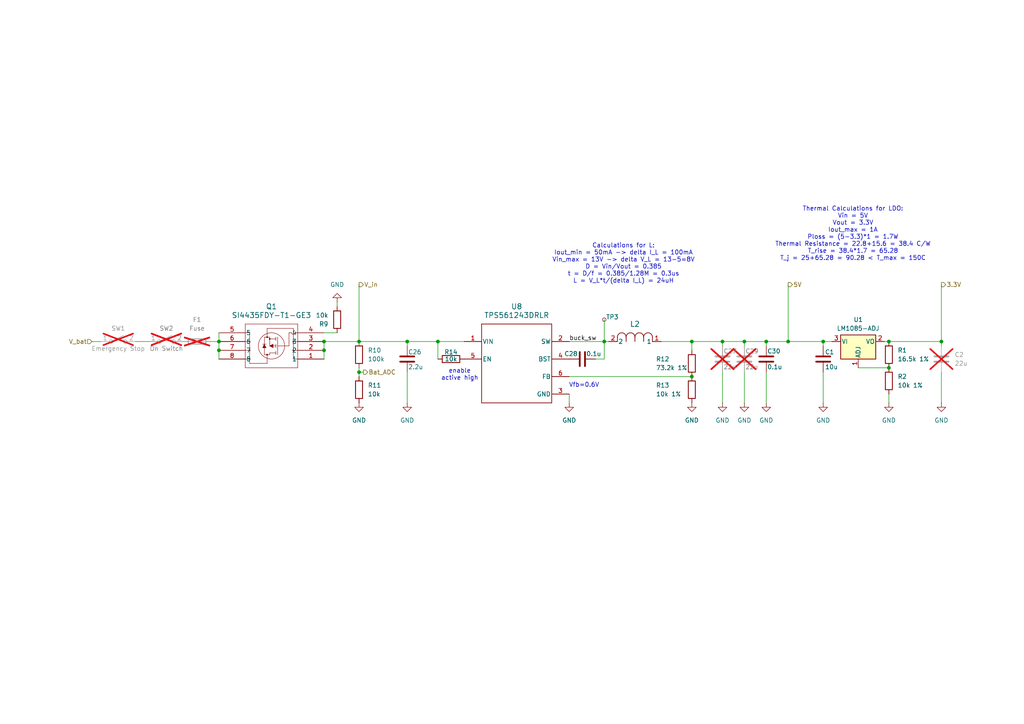
<source format=kicad_sch>
(kicad_sch
	(version 20231120)
	(generator "eeschema")
	(generator_version "8.0")
	(uuid "2c4f48a3-5e37-49ab-9573-3e581d5acf6d")
	(paper "A4")
	(title_block
		(title "Wall-E Power Regulation")
	)
	(lib_symbols
		(symbol "Connector:TestPoint_Small"
			(pin_numbers hide)
			(pin_names
				(offset 0.762) hide)
			(exclude_from_sim no)
			(in_bom yes)
			(on_board yes)
			(property "Reference" "TP"
				(at 0 3.81 0)
				(effects
					(font
						(size 1.27 1.27)
					)
				)
			)
			(property "Value" "TestPoint_Small"
				(at 0 2.032 0)
				(effects
					(font
						(size 1.27 1.27)
					)
				)
			)
			(property "Footprint" ""
				(at 5.08 0 0)
				(effects
					(font
						(size 1.27 1.27)
					)
					(hide yes)
				)
			)
			(property "Datasheet" "~"
				(at 5.08 0 0)
				(effects
					(font
						(size 1.27 1.27)
					)
					(hide yes)
				)
			)
			(property "Description" "test point"
				(at 0 0 0)
				(effects
					(font
						(size 1.27 1.27)
					)
					(hide yes)
				)
			)
			(property "ki_keywords" "test point tp"
				(at 0 0 0)
				(effects
					(font
						(size 1.27 1.27)
					)
					(hide yes)
				)
			)
			(property "ki_fp_filters" "Pin* Test*"
				(at 0 0 0)
				(effects
					(font
						(size 1.27 1.27)
					)
					(hide yes)
				)
			)
			(symbol "TestPoint_Small_0_1"
				(circle
					(center 0 0)
					(radius 0.508)
					(stroke
						(width 0)
						(type default)
					)
					(fill
						(type none)
					)
				)
			)
			(symbol "TestPoint_Small_1_1"
				(pin passive line
					(at 0 0 90)
					(length 0)
					(name "1"
						(effects
							(font
								(size 1.27 1.27)
							)
						)
					)
					(number "1"
						(effects
							(font
								(size 1.27 1.27)
							)
						)
					)
				)
			)
		)
		(symbol "Device:C"
			(pin_numbers hide)
			(pin_names
				(offset 0.254)
			)
			(exclude_from_sim no)
			(in_bom yes)
			(on_board yes)
			(property "Reference" "C"
				(at 0.635 2.54 0)
				(effects
					(font
						(size 1.27 1.27)
					)
					(justify left)
				)
			)
			(property "Value" "C"
				(at 0.635 -2.54 0)
				(effects
					(font
						(size 1.27 1.27)
					)
					(justify left)
				)
			)
			(property "Footprint" ""
				(at 0.9652 -3.81 0)
				(effects
					(font
						(size 1.27 1.27)
					)
					(hide yes)
				)
			)
			(property "Datasheet" "~"
				(at 0 0 0)
				(effects
					(font
						(size 1.27 1.27)
					)
					(hide yes)
				)
			)
			(property "Description" "Unpolarized capacitor"
				(at 0 0 0)
				(effects
					(font
						(size 1.27 1.27)
					)
					(hide yes)
				)
			)
			(property "ki_keywords" "cap capacitor"
				(at 0 0 0)
				(effects
					(font
						(size 1.27 1.27)
					)
					(hide yes)
				)
			)
			(property "ki_fp_filters" "C_*"
				(at 0 0 0)
				(effects
					(font
						(size 1.27 1.27)
					)
					(hide yes)
				)
			)
			(symbol "C_0_1"
				(polyline
					(pts
						(xy -2.032 -0.762) (xy 2.032 -0.762)
					)
					(stroke
						(width 0.508)
						(type default)
					)
					(fill
						(type none)
					)
				)
				(polyline
					(pts
						(xy -2.032 0.762) (xy 2.032 0.762)
					)
					(stroke
						(width 0.508)
						(type default)
					)
					(fill
						(type none)
					)
				)
			)
			(symbol "C_1_1"
				(pin passive line
					(at 0 3.81 270)
					(length 2.794)
					(name "~"
						(effects
							(font
								(size 1.27 1.27)
							)
						)
					)
					(number "1"
						(effects
							(font
								(size 1.27 1.27)
							)
						)
					)
				)
				(pin passive line
					(at 0 -3.81 90)
					(length 2.794)
					(name "~"
						(effects
							(font
								(size 1.27 1.27)
							)
						)
					)
					(number "2"
						(effects
							(font
								(size 1.27 1.27)
							)
						)
					)
				)
			)
		)
		(symbol "Device:Fuse"
			(pin_numbers hide)
			(pin_names
				(offset 0)
			)
			(exclude_from_sim no)
			(in_bom yes)
			(on_board yes)
			(property "Reference" "F"
				(at 2.032 0 90)
				(effects
					(font
						(size 1.27 1.27)
					)
				)
			)
			(property "Value" "Fuse"
				(at -1.905 0 90)
				(effects
					(font
						(size 1.27 1.27)
					)
				)
			)
			(property "Footprint" ""
				(at -1.778 0 90)
				(effects
					(font
						(size 1.27 1.27)
					)
					(hide yes)
				)
			)
			(property "Datasheet" "~"
				(at 0 0 0)
				(effects
					(font
						(size 1.27 1.27)
					)
					(hide yes)
				)
			)
			(property "Description" "Fuse"
				(at 0 0 0)
				(effects
					(font
						(size 1.27 1.27)
					)
					(hide yes)
				)
			)
			(property "ki_keywords" "fuse"
				(at 0 0 0)
				(effects
					(font
						(size 1.27 1.27)
					)
					(hide yes)
				)
			)
			(property "ki_fp_filters" "*Fuse*"
				(at 0 0 0)
				(effects
					(font
						(size 1.27 1.27)
					)
					(hide yes)
				)
			)
			(symbol "Fuse_0_1"
				(rectangle
					(start -0.762 -2.54)
					(end 0.762 2.54)
					(stroke
						(width 0.254)
						(type default)
					)
					(fill
						(type none)
					)
				)
				(polyline
					(pts
						(xy 0 2.54) (xy 0 -2.54)
					)
					(stroke
						(width 0)
						(type default)
					)
					(fill
						(type none)
					)
				)
			)
			(symbol "Fuse_1_1"
				(pin passive line
					(at 0 3.81 270)
					(length 1.27)
					(name "~"
						(effects
							(font
								(size 1.27 1.27)
							)
						)
					)
					(number "1"
						(effects
							(font
								(size 1.27 1.27)
							)
						)
					)
				)
				(pin passive line
					(at 0 -3.81 90)
					(length 1.27)
					(name "~"
						(effects
							(font
								(size 1.27 1.27)
							)
						)
					)
					(number "2"
						(effects
							(font
								(size 1.27 1.27)
							)
						)
					)
				)
			)
		)
		(symbol "Device:R"
			(pin_numbers hide)
			(pin_names
				(offset 0)
			)
			(exclude_from_sim no)
			(in_bom yes)
			(on_board yes)
			(property "Reference" "R"
				(at 2.032 0 90)
				(effects
					(font
						(size 1.27 1.27)
					)
				)
			)
			(property "Value" "R"
				(at 0 0 90)
				(effects
					(font
						(size 1.27 1.27)
					)
				)
			)
			(property "Footprint" ""
				(at -1.778 0 90)
				(effects
					(font
						(size 1.27 1.27)
					)
					(hide yes)
				)
			)
			(property "Datasheet" "~"
				(at 0 0 0)
				(effects
					(font
						(size 1.27 1.27)
					)
					(hide yes)
				)
			)
			(property "Description" "Resistor"
				(at 0 0 0)
				(effects
					(font
						(size 1.27 1.27)
					)
					(hide yes)
				)
			)
			(property "ki_keywords" "R res resistor"
				(at 0 0 0)
				(effects
					(font
						(size 1.27 1.27)
					)
					(hide yes)
				)
			)
			(property "ki_fp_filters" "R_*"
				(at 0 0 0)
				(effects
					(font
						(size 1.27 1.27)
					)
					(hide yes)
				)
			)
			(symbol "R_0_1"
				(rectangle
					(start -1.016 -2.54)
					(end 1.016 2.54)
					(stroke
						(width 0.254)
						(type default)
					)
					(fill
						(type none)
					)
				)
			)
			(symbol "R_1_1"
				(pin passive line
					(at 0 3.81 270)
					(length 1.27)
					(name "~"
						(effects
							(font
								(size 1.27 1.27)
							)
						)
					)
					(number "1"
						(effects
							(font
								(size 1.27 1.27)
							)
						)
					)
				)
				(pin passive line
					(at 0 -3.81 90)
					(length 1.27)
					(name "~"
						(effects
							(font
								(size 1.27 1.27)
							)
						)
					)
					(number "2"
						(effects
							(font
								(size 1.27 1.27)
							)
						)
					)
				)
			)
		)
		(symbol "Regulator_Linear:LM1085-ADJ"
			(pin_names
				(offset 0.254)
			)
			(exclude_from_sim no)
			(in_bom yes)
			(on_board yes)
			(property "Reference" "U"
				(at -3.81 3.175 0)
				(effects
					(font
						(size 1.27 1.27)
					)
				)
			)
			(property "Value" "LM1085-ADJ"
				(at 0 3.175 0)
				(effects
					(font
						(size 1.27 1.27)
					)
					(justify left)
				)
			)
			(property "Footprint" ""
				(at 0 6.35 0)
				(effects
					(font
						(size 1.27 1.27)
						(italic yes)
					)
					(hide yes)
				)
			)
			(property "Datasheet" "http://www.ti.com/lit/ds/symlink/lm1085.pdf"
				(at 0 0 0)
				(effects
					(font
						(size 1.27 1.27)
					)
					(hide yes)
				)
			)
			(property "Description" "3A 29V Adjustable Linear Regulator, TO-220 / TO-263 (D2-PAK)"
				(at 0 0 0)
				(effects
					(font
						(size 1.27 1.27)
					)
					(hide yes)
				)
			)
			(property "ki_keywords" "Adjustable Voltage Regulator 5A Positive"
				(at 0 0 0)
				(effects
					(font
						(size 1.27 1.27)
					)
					(hide yes)
				)
			)
			(property "ki_fp_filters" "TO?220* TO?263*"
				(at 0 0 0)
				(effects
					(font
						(size 1.27 1.27)
					)
					(hide yes)
				)
			)
			(symbol "LM1085-ADJ_0_1"
				(rectangle
					(start -5.08 1.905)
					(end 5.08 -5.08)
					(stroke
						(width 0.254)
						(type default)
					)
					(fill
						(type background)
					)
				)
			)
			(symbol "LM1085-ADJ_1_1"
				(pin input line
					(at 0 -7.62 90)
					(length 2.54)
					(name "ADJ"
						(effects
							(font
								(size 1.27 1.27)
							)
						)
					)
					(number "1"
						(effects
							(font
								(size 1.27 1.27)
							)
						)
					)
				)
				(pin power_out line
					(at 7.62 0 180)
					(length 2.54)
					(name "VO"
						(effects
							(font
								(size 1.27 1.27)
							)
						)
					)
					(number "2"
						(effects
							(font
								(size 1.27 1.27)
							)
						)
					)
				)
				(pin power_in line
					(at -7.62 0 0)
					(length 2.54)
					(name "VI"
						(effects
							(font
								(size 1.27 1.27)
							)
						)
					)
					(number "3"
						(effects
							(font
								(size 1.27 1.27)
							)
						)
					)
				)
			)
		)
		(symbol "Switch:SW_SPST"
			(pin_names
				(offset 0) hide)
			(exclude_from_sim no)
			(in_bom yes)
			(on_board yes)
			(property "Reference" "SW"
				(at 0 3.175 0)
				(effects
					(font
						(size 1.27 1.27)
					)
				)
			)
			(property "Value" "SW_SPST"
				(at 0 -2.54 0)
				(effects
					(font
						(size 1.27 1.27)
					)
				)
			)
			(property "Footprint" ""
				(at 0 0 0)
				(effects
					(font
						(size 1.27 1.27)
					)
					(hide yes)
				)
			)
			(property "Datasheet" "~"
				(at 0 0 0)
				(effects
					(font
						(size 1.27 1.27)
					)
					(hide yes)
				)
			)
			(property "Description" "Single Pole Single Throw (SPST) switch"
				(at 0 0 0)
				(effects
					(font
						(size 1.27 1.27)
					)
					(hide yes)
				)
			)
			(property "ki_keywords" "switch lever"
				(at 0 0 0)
				(effects
					(font
						(size 1.27 1.27)
					)
					(hide yes)
				)
			)
			(symbol "SW_SPST_0_0"
				(circle
					(center -2.032 0)
					(radius 0.508)
					(stroke
						(width 0)
						(type default)
					)
					(fill
						(type none)
					)
				)
				(polyline
					(pts
						(xy -1.524 0.254) (xy 1.524 1.778)
					)
					(stroke
						(width 0)
						(type default)
					)
					(fill
						(type none)
					)
				)
				(circle
					(center 2.032 0)
					(radius 0.508)
					(stroke
						(width 0)
						(type default)
					)
					(fill
						(type none)
					)
				)
			)
			(symbol "SW_SPST_1_1"
				(pin passive line
					(at -5.08 0 0)
					(length 2.54)
					(name "A"
						(effects
							(font
								(size 1.27 1.27)
							)
						)
					)
					(number "1"
						(effects
							(font
								(size 1.27 1.27)
							)
						)
					)
				)
				(pin passive line
					(at 5.08 0 180)
					(length 2.54)
					(name "B"
						(effects
							(font
								(size 1.27 1.27)
							)
						)
					)
					(number "2"
						(effects
							(font
								(size 1.27 1.27)
							)
						)
					)
				)
			)
		)
		(symbol "Wall_E_parts:IFDC5050HZER270M"
			(pin_names
				(offset 0.254)
			)
			(exclude_from_sim no)
			(in_bom yes)
			(on_board yes)
			(property "Reference" "L"
				(at 6.985 5.08 0)
				(effects
					(font
						(size 1.524 1.524)
					)
				)
			)
			(property "Value" "IFDC5050HZER270M"
				(at 6.985 -2.54 0)
				(effects
					(font
						(size 1.524 1.524)
					)
				)
			)
			(property "Footprint" "IND_IFDC5050HZER_VIS"
				(at 0 0 0)
				(effects
					(font
						(size 1.27 1.27)
						(italic yes)
					)
					(hide yes)
				)
			)
			(property "Datasheet" "IFDC5050HZER270M"
				(at 0 0 0)
				(effects
					(font
						(size 1.27 1.27)
						(italic yes)
					)
					(hide yes)
				)
			)
			(property "Description" ""
				(at 0 0 0)
				(effects
					(font
						(size 1.27 1.27)
					)
					(hide yes)
				)
			)
			(property "ki_locked" ""
				(at 0 0 0)
				(effects
					(font
						(size 1.27 1.27)
					)
				)
			)
			(property "ki_keywords" "IFDC5050HZER270M"
				(at 0 0 0)
				(effects
					(font
						(size 1.27 1.27)
					)
					(hide yes)
				)
			)
			(property "ki_fp_filters" "IND_IFDC5050HZER_VIS IND_IFDC5050HZER_VIS-M IND_IFDC5050HZER_VIS-L"
				(at 0 0 0)
				(effects
					(font
						(size 1.27 1.27)
					)
					(hide yes)
				)
			)
			(symbol "IFDC5050HZER270M_1_1"
				(polyline
					(pts
						(xy 2.54 0) (xy 2.54 1.27)
					)
					(stroke
						(width 0.2032)
						(type default)
					)
					(fill
						(type none)
					)
				)
				(polyline
					(pts
						(xy 5.08 0) (xy 5.08 1.27)
					)
					(stroke
						(width 0.2032)
						(type default)
					)
					(fill
						(type none)
					)
				)
				(polyline
					(pts
						(xy 7.62 0) (xy 7.62 1.27)
					)
					(stroke
						(width 0.2032)
						(type default)
					)
					(fill
						(type none)
					)
				)
				(polyline
					(pts
						(xy 10.16 0) (xy 10.16 1.27)
					)
					(stroke
						(width 0.2032)
						(type default)
					)
					(fill
						(type none)
					)
				)
				(polyline
					(pts
						(xy 12.7 0) (xy 12.7 1.27)
					)
					(stroke
						(width 0.2032)
						(type default)
					)
					(fill
						(type none)
					)
				)
				(arc
					(start 5.08 1.27)
					(mid 3.81 2.5344)
					(end 2.54 1.27)
					(stroke
						(width 0.2032)
						(type default)
					)
					(fill
						(type none)
					)
				)
				(arc
					(start 7.62 1.27)
					(mid 6.35 2.5344)
					(end 5.08 1.27)
					(stroke
						(width 0.2032)
						(type default)
					)
					(fill
						(type none)
					)
				)
				(arc
					(start 10.16 1.27)
					(mid 8.89 2.5344)
					(end 7.62 1.27)
					(stroke
						(width 0.2032)
						(type default)
					)
					(fill
						(type none)
					)
				)
				(arc
					(start 12.7 1.27)
					(mid 11.43 2.5344)
					(end 10.16 1.27)
					(stroke
						(width 0.2032)
						(type default)
					)
					(fill
						(type none)
					)
				)
				(pin unspecified line
					(at 15.24 0 180)
					(length 2.54)
					(name "1"
						(effects
							(font
								(size 1.27 1.27)
							)
						)
					)
					(number "1"
						(effects
							(font
								(size 1.27 1.27)
							)
						)
					)
				)
				(pin unspecified line
					(at 0 0 0)
					(length 2.54)
					(name "2"
						(effects
							(font
								(size 1.27 1.27)
							)
						)
					)
					(number "2"
						(effects
							(font
								(size 1.27 1.27)
							)
						)
					)
				)
			)
			(symbol "IFDC5050HZER270M_1_2"
				(arc
					(start -1.27 5.08)
					(mid -2.5344 3.81)
					(end -1.27 2.54)
					(stroke
						(width 0.2032)
						(type default)
					)
					(fill
						(type none)
					)
				)
				(arc
					(start -1.27 7.62)
					(mid -2.5344 6.35)
					(end -1.27 5.08)
					(stroke
						(width 0.2032)
						(type default)
					)
					(fill
						(type none)
					)
				)
				(arc
					(start -1.27 10.16)
					(mid -2.5344 8.89)
					(end -1.27 7.62)
					(stroke
						(width 0.2032)
						(type default)
					)
					(fill
						(type none)
					)
				)
				(arc
					(start -1.27 12.7)
					(mid -2.5344 11.43)
					(end -1.27 10.16)
					(stroke
						(width 0.2032)
						(type default)
					)
					(fill
						(type none)
					)
				)
				(polyline
					(pts
						(xy 0 2.54) (xy -1.27 2.54)
					)
					(stroke
						(width 0.2032)
						(type default)
					)
					(fill
						(type none)
					)
				)
				(polyline
					(pts
						(xy 0 5.08) (xy -1.27 5.08)
					)
					(stroke
						(width 0.2032)
						(type default)
					)
					(fill
						(type none)
					)
				)
				(polyline
					(pts
						(xy 0 7.62) (xy -1.27 7.62)
					)
					(stroke
						(width 0.2032)
						(type default)
					)
					(fill
						(type none)
					)
				)
				(polyline
					(pts
						(xy 0 10.16) (xy -1.27 10.16)
					)
					(stroke
						(width 0.2032)
						(type default)
					)
					(fill
						(type none)
					)
				)
				(polyline
					(pts
						(xy 0 12.7) (xy -1.27 12.7)
					)
					(stroke
						(width 0.2032)
						(type default)
					)
					(fill
						(type none)
					)
				)
				(pin unspecified line
					(at 0 15.24 270)
					(length 2.54)
					(name "1"
						(effects
							(font
								(size 1.27 1.27)
							)
						)
					)
					(number "1"
						(effects
							(font
								(size 1.27 1.27)
							)
						)
					)
				)
				(pin unspecified line
					(at 0 0 90)
					(length 2.54)
					(name "2"
						(effects
							(font
								(size 1.27 1.27)
							)
						)
					)
					(number "2"
						(effects
							(font
								(size 1.27 1.27)
							)
						)
					)
				)
			)
		)
		(symbol "Wall_E_parts:SI4435FDY-T1-GE3"
			(pin_names
				(offset 0.254)
			)
			(exclude_from_sim no)
			(in_bom yes)
			(on_board yes)
			(property "Reference" "Q"
				(at 15.24 7.62 0)
				(effects
					(font
						(size 1.524 1.524)
					)
				)
			)
			(property "Value" "SI4435FDY-T1-GE3"
				(at 15.24 5.08 0)
				(effects
					(font
						(size 1.524 1.524)
					)
				)
			)
			(property "Footprint" "SO-8_VIS"
				(at 0 0 0)
				(effects
					(font
						(size 1.27 1.27)
						(italic yes)
					)
					(hide yes)
				)
			)
			(property "Datasheet" "SI4435FDY-T1-GE3"
				(at 0 0 0)
				(effects
					(font
						(size 1.27 1.27)
						(italic yes)
					)
					(hide yes)
				)
			)
			(property "Description" ""
				(at 0 0 0)
				(effects
					(font
						(size 1.27 1.27)
					)
					(hide yes)
				)
			)
			(property "ki_locked" ""
				(at 0 0 0)
				(effects
					(font
						(size 1.27 1.27)
					)
				)
			)
			(property "ki_keywords" "SI4435FDY-T1-GE3"
				(at 0 0 0)
				(effects
					(font
						(size 1.27 1.27)
					)
					(hide yes)
				)
			)
			(property "ki_fp_filters" "SO-8_VIS SO-8_VIS-M SO-8_VIS-L"
				(at 0 0 0)
				(effects
					(font
						(size 1.27 1.27)
					)
					(hide yes)
				)
			)
			(symbol "SI4435FDY-T1-GE3_0_1"
				(polyline
					(pts
						(xy 7.62 -10.16) (xy 22.86 -10.16)
					)
					(stroke
						(width 0.127)
						(type default)
					)
					(fill
						(type none)
					)
				)
				(polyline
					(pts
						(xy 7.62 -7.62) (xy 8.382 -7.62)
					)
					(stroke
						(width 0.127)
						(type default)
					)
					(fill
						(type none)
					)
				)
				(polyline
					(pts
						(xy 7.62 -5.08) (xy 8.89 -5.08)
					)
					(stroke
						(width 0.127)
						(type default)
					)
					(fill
						(type none)
					)
				)
				(polyline
					(pts
						(xy 7.62 -2.54) (xy 8.89 -2.54)
					)
					(stroke
						(width 0.127)
						(type default)
					)
					(fill
						(type none)
					)
				)
				(polyline
					(pts
						(xy 7.62 0) (xy 8.89 0)
					)
					(stroke
						(width 0.127)
						(type default)
					)
					(fill
						(type none)
					)
				)
				(polyline
					(pts
						(xy 7.62 2.54) (xy 7.62 -10.16)
					)
					(stroke
						(width 0.127)
						(type default)
					)
					(fill
						(type none)
					)
				)
				(polyline
					(pts
						(xy 8.89 -8.89) (xy 16.51 -8.89)
					)
					(stroke
						(width 0.127)
						(type default)
					)
					(fill
						(type none)
					)
				)
				(polyline
					(pts
						(xy 8.89 0) (xy 8.89 -8.89)
					)
					(stroke
						(width 0.127)
						(type default)
					)
					(fill
						(type none)
					)
				)
				(polyline
					(pts
						(xy 10.16 -7.62) (xy 9.398 -7.62)
					)
					(stroke
						(width 0.127)
						(type default)
					)
					(fill
						(type none)
					)
				)
				(polyline
					(pts
						(xy 10.16 -3.81) (xy 10.16 -7.62)
					)
					(stroke
						(width 0.127)
						(type default)
					)
					(fill
						(type none)
					)
				)
				(polyline
					(pts
						(xy 10.16 -3.81) (xy 13.462 -3.81)
					)
					(stroke
						(width 0.127)
						(type default)
					)
					(fill
						(type none)
					)
				)
				(polyline
					(pts
						(xy 13.462 -6.35) (xy 13.462 -1.27)
					)
					(stroke
						(width 0.127)
						(type default)
					)
					(fill
						(type none)
					)
				)
				(polyline
					(pts
						(xy 13.97 -6.35) (xy 13.97 -5.334)
					)
					(stroke
						(width 0.127)
						(type default)
					)
					(fill
						(type none)
					)
				)
				(polyline
					(pts
						(xy 13.97 -5.842) (xy 15.748 -5.842)
					)
					(stroke
						(width 0.127)
						(type default)
					)
					(fill
						(type none)
					)
				)
				(polyline
					(pts
						(xy 13.97 -4.318) (xy 13.97 -3.302)
					)
					(stroke
						(width 0.127)
						(type default)
					)
					(fill
						(type none)
					)
				)
				(polyline
					(pts
						(xy 13.97 -2.286) (xy 13.97 -1.27)
					)
					(stroke
						(width 0.127)
						(type default)
					)
					(fill
						(type none)
					)
				)
				(polyline
					(pts
						(xy 13.97 -1.778) (xy 15.748 -1.778)
					)
					(stroke
						(width 0.127)
						(type default)
					)
					(fill
						(type none)
					)
				)
				(polyline
					(pts
						(xy 14.732 -3.81) (xy 13.97 -3.81)
					)
					(stroke
						(width 0.127)
						(type default)
					)
					(fill
						(type none)
					)
				)
				(polyline
					(pts
						(xy 15.748 -6.35) (xy 15.748 -3.81)
					)
					(stroke
						(width 0.127)
						(type default)
					)
					(fill
						(type none)
					)
				)
				(polyline
					(pts
						(xy 15.748 -6.35) (xy 17.272 -6.35)
					)
					(stroke
						(width 0.127)
						(type default)
					)
					(fill
						(type none)
					)
				)
				(polyline
					(pts
						(xy 15.748 -1.778) (xy 15.748 -1.27)
					)
					(stroke
						(width 0.127)
						(type default)
					)
					(fill
						(type none)
					)
				)
				(polyline
					(pts
						(xy 15.748 -1.27) (xy 17.272 -1.27)
					)
					(stroke
						(width 0.127)
						(type default)
					)
					(fill
						(type none)
					)
				)
				(polyline
					(pts
						(xy 16.51 -8.89) (xy 16.51 -6.35)
					)
					(stroke
						(width 0.127)
						(type default)
					)
					(fill
						(type none)
					)
				)
				(polyline
					(pts
						(xy 16.51 1.27) (xy 16.51 -1.27)
					)
					(stroke
						(width 0.127)
						(type default)
					)
					(fill
						(type none)
					)
				)
				(polyline
					(pts
						(xy 16.764 -4.318) (xy 17.78 -4.318)
					)
					(stroke
						(width 0.127)
						(type default)
					)
					(fill
						(type none)
					)
				)
				(polyline
					(pts
						(xy 17.272 -6.35) (xy 17.272 -4.318)
					)
					(stroke
						(width 0.127)
						(type default)
					)
					(fill
						(type none)
					)
				)
				(polyline
					(pts
						(xy 17.272 -3.302) (xy 17.272 -1.27)
					)
					(stroke
						(width 0.127)
						(type default)
					)
					(fill
						(type none)
					)
				)
				(polyline
					(pts
						(xy 21.59 -7.62) (xy 21.59 1.27)
					)
					(stroke
						(width 0.127)
						(type default)
					)
					(fill
						(type none)
					)
				)
				(polyline
					(pts
						(xy 21.59 1.27) (xy 16.51 1.27)
					)
					(stroke
						(width 0.127)
						(type default)
					)
					(fill
						(type none)
					)
				)
				(polyline
					(pts
						(xy 22.86 -10.16) (xy 22.86 2.54)
					)
					(stroke
						(width 0.127)
						(type default)
					)
					(fill
						(type none)
					)
				)
				(polyline
					(pts
						(xy 22.86 -7.62) (xy 21.59 -7.62)
					)
					(stroke
						(width 0.127)
						(type default)
					)
					(fill
						(type none)
					)
				)
				(polyline
					(pts
						(xy 22.86 -5.08) (xy 21.59 -5.08)
					)
					(stroke
						(width 0.127)
						(type default)
					)
					(fill
						(type none)
					)
				)
				(polyline
					(pts
						(xy 22.86 -2.54) (xy 21.59 -2.54)
					)
					(stroke
						(width 0.127)
						(type default)
					)
					(fill
						(type none)
					)
				)
				(polyline
					(pts
						(xy 22.86 0) (xy 21.59 0)
					)
					(stroke
						(width 0.127)
						(type default)
					)
					(fill
						(type none)
					)
				)
				(polyline
					(pts
						(xy 22.86 2.54) (xy 7.62 2.54)
					)
					(stroke
						(width 0.127)
						(type default)
					)
					(fill
						(type none)
					)
				)
				(polyline
					(pts
						(xy 14.732 -4.318) (xy 15.748 -3.81) (xy 14.732 -3.302)
					)
					(stroke
						(width 0)
						(type default)
					)
					(fill
						(type outline)
					)
				)
				(polyline
					(pts
						(xy 16.764 -3.302) (xy 17.78 -3.302) (xy 17.272 -4.318)
					)
					(stroke
						(width 0)
						(type default)
					)
					(fill
						(type outline)
					)
				)
				(circle
					(center 8.89 -5.08)
					(radius 0.127)
					(stroke
						(width 0.254)
						(type default)
					)
					(fill
						(type none)
					)
				)
				(circle
					(center 8.89 -2.54)
					(radius 0.127)
					(stroke
						(width 0.254)
						(type default)
					)
					(fill
						(type none)
					)
				)
				(arc
					(start 9.398 -7.62)
					(mid 8.89 -7.1142)
					(end 8.382 -7.62)
					(stroke
						(width 0.127)
						(type default)
					)
					(fill
						(type none)
					)
				)
				(circle
					(center 15.24 -3.81)
					(radius 3.81)
					(stroke
						(width 0.127)
						(type default)
					)
					(fill
						(type none)
					)
				)
				(circle
					(center 15.748 -5.842)
					(radius 0.127)
					(stroke
						(width 0.254)
						(type default)
					)
					(fill
						(type none)
					)
				)
				(circle
					(center 16.51 -6.35)
					(radius 0.127)
					(stroke
						(width 0.254)
						(type default)
					)
					(fill
						(type none)
					)
				)
				(circle
					(center 16.51 -1.27)
					(radius 0.127)
					(stroke
						(width 0.254)
						(type default)
					)
					(fill
						(type none)
					)
				)
				(circle
					(center 21.59 -5.08)
					(radius 0.127)
					(stroke
						(width 0.254)
						(type default)
					)
					(fill
						(type none)
					)
				)
				(circle
					(center 21.59 -2.54)
					(radius 0.127)
					(stroke
						(width 0.254)
						(type default)
					)
					(fill
						(type none)
					)
				)
				(circle
					(center 21.59 0)
					(radius 0.127)
					(stroke
						(width 0.254)
						(type default)
					)
					(fill
						(type none)
					)
				)
				(pin unspecified line
					(at 0 0 0)
					(length 7.62)
					(name "1"
						(effects
							(font
								(size 1.27 1.27)
							)
						)
					)
					(number "1"
						(effects
							(font
								(size 1.27 1.27)
							)
						)
					)
				)
				(pin unspecified line
					(at 0 -2.54 0)
					(length 7.62)
					(name "2"
						(effects
							(font
								(size 1.27 1.27)
							)
						)
					)
					(number "2"
						(effects
							(font
								(size 1.27 1.27)
							)
						)
					)
				)
				(pin unspecified line
					(at 0 -5.08 0)
					(length 7.62)
					(name "3"
						(effects
							(font
								(size 1.27 1.27)
							)
						)
					)
					(number "3"
						(effects
							(font
								(size 1.27 1.27)
							)
						)
					)
				)
				(pin unspecified line
					(at 0 -7.62 0)
					(length 7.62)
					(name "4"
						(effects
							(font
								(size 1.27 1.27)
							)
						)
					)
					(number "4"
						(effects
							(font
								(size 1.27 1.27)
							)
						)
					)
				)
				(pin unspecified line
					(at 30.48 -7.62 180)
					(length 7.62)
					(name "5"
						(effects
							(font
								(size 1.27 1.27)
							)
						)
					)
					(number "5"
						(effects
							(font
								(size 1.27 1.27)
							)
						)
					)
				)
				(pin unspecified line
					(at 30.48 -5.08 180)
					(length 7.62)
					(name "6"
						(effects
							(font
								(size 1.27 1.27)
							)
						)
					)
					(number "6"
						(effects
							(font
								(size 1.27 1.27)
							)
						)
					)
				)
				(pin unspecified line
					(at 30.48 -2.54 180)
					(length 7.62)
					(name "7"
						(effects
							(font
								(size 1.27 1.27)
							)
						)
					)
					(number "7"
						(effects
							(font
								(size 1.27 1.27)
							)
						)
					)
				)
				(pin unspecified line
					(at 30.48 0 180)
					(length 7.62)
					(name "8"
						(effects
							(font
								(size 1.27 1.27)
							)
						)
					)
					(number "8"
						(effects
							(font
								(size 1.27 1.27)
							)
						)
					)
				)
			)
		)
		(symbol "Wall_E_parts:TPS561243DRLR"
			(pin_names
				(offset 0.254)
			)
			(exclude_from_sim no)
			(in_bom yes)
			(on_board yes)
			(property "Reference" "U"
				(at 0 2.54 0)
				(effects
					(font
						(size 1.524 1.524)
					)
				)
			)
			(property "Value" "TPS561243DRLR"
				(at 0 0 0)
				(effects
					(font
						(size 1.524 1.524)
					)
				)
			)
			(property "Footprint" "Wall_E_footprints:DRL0006A-MFG"
				(at 0 0 0)
				(effects
					(font
						(size 1.27 1.27)
						(italic yes)
					)
					(hide yes)
				)
			)
			(property "Datasheet" "TPS561243DRLR"
				(at 0 0 0)
				(effects
					(font
						(size 1.27 1.27)
						(italic yes)
					)
					(hide yes)
				)
			)
			(property "Description" ""
				(at 0 0 0)
				(effects
					(font
						(size 1.27 1.27)
					)
					(hide yes)
				)
			)
			(property "ki_keywords" "TPS561243DRLR"
				(at 0 0 0)
				(effects
					(font
						(size 1.27 1.27)
					)
					(hide yes)
				)
			)
			(property "ki_fp_filters" "DRL0006A-MFG"
				(at 0 0 0)
				(effects
					(font
						(size 1.27 1.27)
					)
					(hide yes)
				)
			)
			(symbol "TPS561243DRLR_0_1"
				(polyline
					(pts
						(xy 5.08 -17.78) (xy 25.4 -17.78)
					)
					(stroke
						(width 0.2032)
						(type default)
					)
					(fill
						(type none)
					)
				)
				(polyline
					(pts
						(xy 5.08 5.08) (xy 5.08 -17.78)
					)
					(stroke
						(width 0.2032)
						(type default)
					)
					(fill
						(type none)
					)
				)
				(polyline
					(pts
						(xy 25.4 -17.78) (xy 25.4 5.08)
					)
					(stroke
						(width 0.2032)
						(type default)
					)
					(fill
						(type none)
					)
				)
				(polyline
					(pts
						(xy 25.4 5.08) (xy 5.08 5.08)
					)
					(stroke
						(width 0.2032)
						(type default)
					)
					(fill
						(type none)
					)
				)
				(pin power_in line
					(at 0 0 0)
					(length 5.08)
					(name "VIN"
						(effects
							(font
								(size 1.27 1.27)
							)
						)
					)
					(number "1"
						(effects
							(font
								(size 1.27 1.27)
							)
						)
					)
				)
				(pin unspecified line
					(at 30.48 0 180)
					(length 5.08)
					(name "SW"
						(effects
							(font
								(size 1.27 1.27)
							)
						)
					)
					(number "2"
						(effects
							(font
								(size 1.27 1.27)
							)
						)
					)
				)
				(pin power_in line
					(at 30.48 -15.24 180)
					(length 5.08)
					(name "GND"
						(effects
							(font
								(size 1.27 1.27)
							)
						)
					)
					(number "3"
						(effects
							(font
								(size 1.27 1.27)
							)
						)
					)
				)
				(pin unspecified line
					(at 30.48 -5.08 180)
					(length 5.08)
					(name "BST"
						(effects
							(font
								(size 1.27 1.27)
							)
						)
					)
					(number "4"
						(effects
							(font
								(size 1.27 1.27)
							)
						)
					)
				)
				(pin input line
					(at 0 -5.08 0)
					(length 5.08)
					(name "EN"
						(effects
							(font
								(size 1.27 1.27)
							)
						)
					)
					(number "5"
						(effects
							(font
								(size 1.27 1.27)
							)
						)
					)
				)
				(pin unspecified line
					(at 30.48 -10.16 180)
					(length 5.08)
					(name "FB"
						(effects
							(font
								(size 1.27 1.27)
							)
						)
					)
					(number "6"
						(effects
							(font
								(size 1.27 1.27)
							)
						)
					)
				)
			)
		)
		(symbol "power:GND"
			(power)
			(pin_numbers hide)
			(pin_names
				(offset 0) hide)
			(exclude_from_sim no)
			(in_bom yes)
			(on_board yes)
			(property "Reference" "#PWR"
				(at 0 -6.35 0)
				(effects
					(font
						(size 1.27 1.27)
					)
					(hide yes)
				)
			)
			(property "Value" "GND"
				(at 0 -3.81 0)
				(effects
					(font
						(size 1.27 1.27)
					)
				)
			)
			(property "Footprint" ""
				(at 0 0 0)
				(effects
					(font
						(size 1.27 1.27)
					)
					(hide yes)
				)
			)
			(property "Datasheet" ""
				(at 0 0 0)
				(effects
					(font
						(size 1.27 1.27)
					)
					(hide yes)
				)
			)
			(property "Description" "Power symbol creates a global label with name \"GND\" , ground"
				(at 0 0 0)
				(effects
					(font
						(size 1.27 1.27)
					)
					(hide yes)
				)
			)
			(property "ki_keywords" "global power"
				(at 0 0 0)
				(effects
					(font
						(size 1.27 1.27)
					)
					(hide yes)
				)
			)
			(symbol "GND_0_1"
				(polyline
					(pts
						(xy 0 0) (xy 0 -1.27) (xy 1.27 -1.27) (xy 0 -2.54) (xy -1.27 -1.27) (xy 0 -1.27)
					)
					(stroke
						(width 0)
						(type default)
					)
					(fill
						(type none)
					)
				)
			)
			(symbol "GND_1_1"
				(pin power_in line
					(at 0 0 270)
					(length 0)
					(name "~"
						(effects
							(font
								(size 1.27 1.27)
							)
						)
					)
					(number "1"
						(effects
							(font
								(size 1.27 1.27)
							)
						)
					)
				)
			)
		)
	)
	(junction
		(at 209.55 99.06)
		(diameter 0)
		(color 0 0 0 0)
		(uuid "0ae36e45-97c3-43d6-98e5-066e3e4fa335")
	)
	(junction
		(at 215.9 99.06)
		(diameter 0)
		(color 0 0 0 0)
		(uuid "0ed028d9-a700-4263-9ac3-6e7869ad2f60")
	)
	(junction
		(at 63.5 101.6)
		(diameter 0)
		(color 0 0 0 0)
		(uuid "1378c117-8310-4c81-9765-4f4a8afec8b3")
	)
	(junction
		(at 175.26 99.06)
		(diameter 0)
		(color 0 0 0 0)
		(uuid "1390d346-8ede-4ba7-a5a0-3e44b878db2b")
	)
	(junction
		(at 63.5 99.06)
		(diameter 0)
		(color 0 0 0 0)
		(uuid "1b2384ec-4011-4357-b4d3-96ef38778ac6")
	)
	(junction
		(at 222.25 99.06)
		(diameter 0)
		(color 0 0 0 0)
		(uuid "27961cdf-ae73-4140-9b29-e926c68c8856")
	)
	(junction
		(at 200.66 99.06)
		(diameter 0)
		(color 0 0 0 0)
		(uuid "4670550c-4495-4247-8b58-8d2e8798a5ee")
	)
	(junction
		(at 257.81 99.06)
		(diameter 0)
		(color 0 0 0 0)
		(uuid "4dbdf73a-44e5-4e4e-833e-552d5c054d6b")
	)
	(junction
		(at 273.05 99.06)
		(diameter 0)
		(color 0 0 0 0)
		(uuid "4fe41e78-8598-4d1a-8f0a-6a1e1c7d41d6")
	)
	(junction
		(at 127 99.06)
		(diameter 0)
		(color 0 0 0 0)
		(uuid "61c19c1b-06c6-4a64-a841-e6fc3d9ec7db")
	)
	(junction
		(at 118.11 99.06)
		(diameter 0)
		(color 0 0 0 0)
		(uuid "69a6b8e2-21db-4567-ad62-3cb6423b745f")
	)
	(junction
		(at 93.98 101.6)
		(diameter 0)
		(color 0 0 0 0)
		(uuid "b083eec7-71e6-40a1-b7da-29b6c5f3eaea")
	)
	(junction
		(at 257.81 106.68)
		(diameter 0)
		(color 0 0 0 0)
		(uuid "b71a3e2c-7e73-4187-82f4-656808b93591")
	)
	(junction
		(at 104.14 107.95)
		(diameter 0)
		(color 0 0 0 0)
		(uuid "ba2b250c-1ca3-45ec-8e8b-cf6da1f32dd6")
	)
	(junction
		(at 93.98 99.06)
		(diameter 0)
		(color 0 0 0 0)
		(uuid "bd608b9a-4582-476e-98ad-8be29765ff75")
	)
	(junction
		(at 200.66 109.22)
		(diameter 0)
		(color 0 0 0 0)
		(uuid "c8a1fbc1-ccef-4922-9740-0384f1acf95a")
	)
	(junction
		(at 228.6 99.06)
		(diameter 0)
		(color 0 0 0 0)
		(uuid "ca1c6cf4-76be-498a-b745-59a0c0c3e156")
	)
	(junction
		(at 104.14 99.06)
		(diameter 0)
		(color 0 0 0 0)
		(uuid "eb253d33-0b8a-4a59-a9aa-76967baa778a")
	)
	(junction
		(at 238.76 99.06)
		(diameter 0)
		(color 0 0 0 0)
		(uuid "f36d47fa-8e48-41eb-98de-e42fdd444305")
	)
	(wire
		(pts
			(xy 191.77 99.06) (xy 200.66 99.06)
		)
		(stroke
			(width 0)
			(type default)
		)
		(uuid "0044ec3d-73a7-44bd-9cef-10d90978e9db")
	)
	(wire
		(pts
			(xy 93.98 96.52) (xy 97.79 96.52)
		)
		(stroke
			(width 0)
			(type default)
		)
		(uuid "0260d355-4e47-4908-9c51-26e5a633fb6d")
	)
	(wire
		(pts
			(xy 93.98 99.06) (xy 93.98 101.6)
		)
		(stroke
			(width 0)
			(type default)
		)
		(uuid "0730e44e-6de0-470c-b9c5-12e3290cf105")
	)
	(wire
		(pts
			(xy 257.81 116.84) (xy 257.81 114.3)
		)
		(stroke
			(width 0)
			(type default)
		)
		(uuid "08ee1d51-8cbd-4bf6-b141-d4576cdc8976")
	)
	(wire
		(pts
			(xy 63.5 96.52) (xy 63.5 99.06)
		)
		(stroke
			(width 0)
			(type default)
		)
		(uuid "0e7450dc-fe00-4a35-82c8-f1dcb5583860")
	)
	(wire
		(pts
			(xy 209.55 100.33) (xy 209.55 99.06)
		)
		(stroke
			(width 0)
			(type default)
		)
		(uuid "157076f5-a5fa-4832-93bc-79a26077f52b")
	)
	(wire
		(pts
			(xy 97.79 87.63) (xy 97.79 88.9)
		)
		(stroke
			(width 0)
			(type default)
		)
		(uuid "1b8b27e7-b2c1-4a05-a38a-864451f87521")
	)
	(wire
		(pts
			(xy 238.76 99.06) (xy 241.3 99.06)
		)
		(stroke
			(width 0)
			(type default)
		)
		(uuid "1b8ed9c1-1b2a-44ae-b7db-74d1e830a4af")
	)
	(wire
		(pts
			(xy 127 99.06) (xy 134.62 99.06)
		)
		(stroke
			(width 0)
			(type default)
		)
		(uuid "1cb8afa9-01c1-4650-a9c7-b609a6725476")
	)
	(wire
		(pts
			(xy 273.05 116.84) (xy 273.05 107.95)
		)
		(stroke
			(width 0)
			(type default)
		)
		(uuid "1d85847a-afef-4ece-8c1f-d3bb08af17ff")
	)
	(wire
		(pts
			(xy 238.76 100.33) (xy 238.76 99.06)
		)
		(stroke
			(width 0)
			(type default)
		)
		(uuid "1f42865c-6c9e-46fb-bc16-a3e98232c67e")
	)
	(wire
		(pts
			(xy 215.9 99.06) (xy 215.9 100.33)
		)
		(stroke
			(width 0)
			(type default)
		)
		(uuid "28e5773e-4ed9-486d-82be-f4a1940d6c7c")
	)
	(wire
		(pts
			(xy 273.05 99.06) (xy 257.81 99.06)
		)
		(stroke
			(width 0)
			(type default)
		)
		(uuid "2abfac10-ce81-45dc-86e1-fc7c3c495e26")
	)
	(wire
		(pts
			(xy 165.1 109.22) (xy 200.66 109.22)
		)
		(stroke
			(width 0)
			(type default)
		)
		(uuid "2f7cfec8-38f7-49cb-ae94-97aeb34856cc")
	)
	(wire
		(pts
			(xy 222.25 99.06) (xy 228.6 99.06)
		)
		(stroke
			(width 0)
			(type default)
		)
		(uuid "3a2e453a-6b45-489e-9af8-5a326c675a36")
	)
	(wire
		(pts
			(xy 104.14 107.95) (xy 104.14 109.22)
		)
		(stroke
			(width 0)
			(type default)
		)
		(uuid "403d1a26-9958-49f1-a62b-f41160de8b0c")
	)
	(wire
		(pts
			(xy 93.98 101.6) (xy 93.98 104.14)
		)
		(stroke
			(width 0)
			(type default)
		)
		(uuid "40db19eb-8581-46d2-8675-a30ccc779329")
	)
	(wire
		(pts
			(xy 175.26 92.71) (xy 175.26 99.06)
		)
		(stroke
			(width 0)
			(type default)
		)
		(uuid "46dd1f11-45b0-407a-bf5a-a8d67c71f43e")
	)
	(wire
		(pts
			(xy 228.6 82.55) (xy 228.6 99.06)
		)
		(stroke
			(width 0)
			(type default)
		)
		(uuid "506718b6-d408-4955-b729-fa2931d0f3da")
	)
	(wire
		(pts
			(xy 175.26 99.06) (xy 175.26 104.14)
		)
		(stroke
			(width 0)
			(type default)
		)
		(uuid "50a24e94-7046-45cc-9f58-3badeea4246c")
	)
	(wire
		(pts
			(xy 104.14 82.55) (xy 104.14 99.06)
		)
		(stroke
			(width 0)
			(type default)
		)
		(uuid "5a13d0b2-6ed7-4a40-98b6-001a41fddb14")
	)
	(wire
		(pts
			(xy 26.67 99.06) (xy 29.21 99.06)
		)
		(stroke
			(width 0)
			(type default)
		)
		(uuid "618f9354-d996-4093-ad94-e12e635349c6")
	)
	(wire
		(pts
			(xy 175.26 104.14) (xy 172.72 104.14)
		)
		(stroke
			(width 0)
			(type default)
		)
		(uuid "6596feb8-c9f1-4a7a-9551-230462355b32")
	)
	(wire
		(pts
			(xy 93.98 99.06) (xy 104.14 99.06)
		)
		(stroke
			(width 0)
			(type default)
		)
		(uuid "67052b06-e208-4e54-9450-5352f0e92c4f")
	)
	(wire
		(pts
			(xy 118.11 100.33) (xy 118.11 99.06)
		)
		(stroke
			(width 0)
			(type default)
		)
		(uuid "67650e3b-303a-4230-819c-e27f4dcd718b")
	)
	(wire
		(pts
			(xy 222.25 116.84) (xy 222.25 107.95)
		)
		(stroke
			(width 0)
			(type default)
		)
		(uuid "68316952-0206-472c-af84-f8303f976b14")
	)
	(wire
		(pts
			(xy 215.9 99.06) (xy 222.25 99.06)
		)
		(stroke
			(width 0)
			(type default)
		)
		(uuid "6a7c8dc0-7ef2-48c7-bef8-dac5aa6fca79")
	)
	(wire
		(pts
			(xy 104.14 106.68) (xy 104.14 107.95)
		)
		(stroke
			(width 0)
			(type default)
		)
		(uuid "89e7a02e-4b11-4ecf-b16a-9769982c05b3")
	)
	(wire
		(pts
			(xy 200.66 101.6) (xy 200.66 99.06)
		)
		(stroke
			(width 0)
			(type default)
		)
		(uuid "8db8dbb4-15e8-440d-9d23-8f23962c7e47")
	)
	(wire
		(pts
			(xy 215.9 116.84) (xy 215.9 107.95)
		)
		(stroke
			(width 0)
			(type default)
		)
		(uuid "8e064781-2007-4188-ad49-152dceeed35e")
	)
	(wire
		(pts
			(xy 209.55 116.84) (xy 209.55 107.95)
		)
		(stroke
			(width 0)
			(type default)
		)
		(uuid "8e4a532e-1df6-4cf7-9132-092a5ec77d66")
	)
	(wire
		(pts
			(xy 60.96 99.06) (xy 63.5 99.06)
		)
		(stroke
			(width 0)
			(type default)
		)
		(uuid "9168d074-8cf2-46ab-b7f3-e683b6add611")
	)
	(wire
		(pts
			(xy 39.37 99.06) (xy 43.18 99.06)
		)
		(stroke
			(width 0)
			(type default)
		)
		(uuid "989d861f-5a80-4431-bc19-67cdc487b182")
	)
	(wire
		(pts
			(xy 273.05 100.33) (xy 273.05 99.06)
		)
		(stroke
			(width 0)
			(type default)
		)
		(uuid "9c881a23-e66e-4717-b48c-89f5b8aa10aa")
	)
	(wire
		(pts
			(xy 248.92 106.68) (xy 257.81 106.68)
		)
		(stroke
			(width 0)
			(type default)
		)
		(uuid "9deead79-c5e1-4e08-8729-2d148ede5a19")
	)
	(wire
		(pts
			(xy 118.11 116.84) (xy 118.11 107.95)
		)
		(stroke
			(width 0)
			(type default)
		)
		(uuid "a10a2a7b-b246-4b3e-93f6-352da2858325")
	)
	(wire
		(pts
			(xy 273.05 82.55) (xy 273.05 99.06)
		)
		(stroke
			(width 0)
			(type default)
		)
		(uuid "a393720b-326c-4a78-86b2-ab13ac324d04")
	)
	(wire
		(pts
			(xy 63.5 101.6) (xy 63.5 104.14)
		)
		(stroke
			(width 0)
			(type default)
		)
		(uuid "b016df9c-d54c-4358-be05-c395c9023874")
	)
	(wire
		(pts
			(xy 104.14 99.06) (xy 118.11 99.06)
		)
		(stroke
			(width 0)
			(type default)
		)
		(uuid "b30a4d32-ffa8-4775-a684-dbd0ce44eb45")
	)
	(wire
		(pts
			(xy 175.26 99.06) (xy 176.53 99.06)
		)
		(stroke
			(width 0)
			(type default)
		)
		(uuid "b60eddab-499c-41eb-b7b1-e935d40e5209")
	)
	(wire
		(pts
			(xy 256.54 99.06) (xy 257.81 99.06)
		)
		(stroke
			(width 0)
			(type default)
		)
		(uuid "c0d698d4-2944-4523-b294-f8b018ce1cd1")
	)
	(wire
		(pts
			(xy 165.1 114.3) (xy 165.1 116.84)
		)
		(stroke
			(width 0)
			(type default)
		)
		(uuid "c67dd0ec-66a9-4c82-b1e1-52f061cd0368")
	)
	(wire
		(pts
			(xy 104.14 107.95) (xy 105.41 107.95)
		)
		(stroke
			(width 0)
			(type default)
		)
		(uuid "c9937ba1-ced6-4f64-8b31-30e79db14994")
	)
	(wire
		(pts
			(xy 228.6 99.06) (xy 238.76 99.06)
		)
		(stroke
			(width 0)
			(type default)
		)
		(uuid "cba6b261-fd96-402f-9393-37227ec3970b")
	)
	(wire
		(pts
			(xy 165.1 99.06) (xy 175.26 99.06)
		)
		(stroke
			(width 0)
			(type default)
		)
		(uuid "d56aa9ff-d3d0-4dc3-bbbf-93569c393bf5")
	)
	(wire
		(pts
			(xy 209.55 99.06) (xy 215.9 99.06)
		)
		(stroke
			(width 0)
			(type default)
		)
		(uuid "d746b542-2e2a-4d4e-9777-73f4001a5f09")
	)
	(wire
		(pts
			(xy 118.11 99.06) (xy 127 99.06)
		)
		(stroke
			(width 0)
			(type default)
		)
		(uuid "d82514f6-fa59-4de8-813c-d65221edcba7")
	)
	(wire
		(pts
			(xy 127 99.06) (xy 127 104.14)
		)
		(stroke
			(width 0)
			(type default)
		)
		(uuid "e079387a-9f10-453b-8f1c-5315ebbecefd")
	)
	(wire
		(pts
			(xy 200.66 99.06) (xy 209.55 99.06)
		)
		(stroke
			(width 0)
			(type default)
		)
		(uuid "f0c33da7-735a-4428-b2e6-bee0420c35e1")
	)
	(wire
		(pts
			(xy 222.25 99.06) (xy 222.25 100.33)
		)
		(stroke
			(width 0)
			(type default)
		)
		(uuid "f4b82c6c-ce53-447b-9518-ec94500512ed")
	)
	(wire
		(pts
			(xy 238.76 116.84) (xy 238.76 107.95)
		)
		(stroke
			(width 0)
			(type default)
		)
		(uuid "f7422cd4-3156-43dc-bcbd-f5a7fe070816")
	)
	(wire
		(pts
			(xy 63.5 99.06) (xy 63.5 101.6)
		)
		(stroke
			(width 0)
			(type default)
		)
		(uuid "fbaae963-0deb-4ba4-8fbb-9a454720564d")
	)
	(text "Vfb=0.6V"
		(exclude_from_sim no)
		(at 169.418 111.76 0)
		(effects
			(font
				(size 1.27 1.27)
			)
		)
		(uuid "257c05b3-2c09-4d13-9e85-de56e20ee703")
	)
	(text "Calculations for L:\nIout_min = 50mA -> delta I_L = 100mA\nVin_max = 13V -> delta V_L = 13-5=8V\nD = Vin/Vout = 0.385\nt = D/f = 0.385/1.28M = 0.3us\nL = V_L*t/(delta I_L) = 24uH\n"
		(exclude_from_sim no)
		(at 180.848 76.454 0)
		(effects
			(font
				(size 1.27 1.27)
			)
		)
		(uuid "2e128a4c-b2b1-4ee7-ba90-596267eab2b4")
	)
	(text "enable\nactive high\n"
		(exclude_from_sim no)
		(at 133.35 108.712 0)
		(effects
			(font
				(size 1.27 1.27)
			)
		)
		(uuid "328b2267-8fe7-4654-b998-94df8e7de134")
	)
	(text "Thermal Calculations for LDO:\nVin = 5V\nVout = 3.3V\nIout_max = 1A\nPloss = (5-3.3)*1 = 1.7W\nThermal Resistance = 22.8+15.6 = 38.4 C/W\nT_rise = 38.4*1.7 = 65.28\nT_j = 25+65.28 = 90.28 < T_max = 150C"
		(exclude_from_sim no)
		(at 247.396 67.818 0)
		(effects
			(font
				(size 1.27 1.27)
			)
		)
		(uuid "44ddee3f-858b-43c1-90b7-1891dd2d525f")
	)
	(label "buck_sw"
		(at 165.1 99.06 0)
		(fields_autoplaced yes)
		(effects
			(font
				(size 1.27 1.27)
			)
			(justify left bottom)
		)
		(uuid "fc1ff117-3b9b-43a2-8726-695386c739b4")
	)
	(hierarchical_label "V_in"
		(shape output)
		(at 104.14 82.55 0)
		(fields_autoplaced yes)
		(effects
			(font
				(size 1.27 1.27)
			)
			(justify left)
		)
		(uuid "0580e653-8721-4149-ad7c-94876ce109be")
	)
	(hierarchical_label "3.3V"
		(shape output)
		(at 273.05 82.55 0)
		(fields_autoplaced yes)
		(effects
			(font
				(size 1.27 1.27)
			)
			(justify left)
		)
		(uuid "10f67052-86dd-46d1-a285-1a8c7d6ba584")
	)
	(hierarchical_label "V_bat"
		(shape input)
		(at 26.67 99.06 180)
		(fields_autoplaced yes)
		(effects
			(font
				(size 1.27 1.27)
			)
			(justify right)
		)
		(uuid "7649d157-da88-480f-9be4-89dac649bfec")
	)
	(hierarchical_label "Bat_ADC"
		(shape output)
		(at 105.41 107.95 0)
		(fields_autoplaced yes)
		(effects
			(font
				(size 1.27 1.27)
			)
			(justify left)
		)
		(uuid "a8052dce-09dc-4ec8-bdec-5484f558ae14")
	)
	(hierarchical_label "5V"
		(shape output)
		(at 228.6 82.55 0)
		(fields_autoplaced yes)
		(effects
			(font
				(size 1.27 1.27)
			)
			(justify left)
		)
		(uuid "f656d883-8248-47e1-a87c-b16bbac5872a")
	)
	(symbol
		(lib_id "power:GND")
		(at 97.79 87.63 180)
		(unit 1)
		(exclude_from_sim no)
		(in_bom yes)
		(on_board yes)
		(dnp no)
		(fields_autoplaced yes)
		(uuid "048ca6f9-2119-4657-adc3-ee1a05f119e5")
		(property "Reference" "#PWR036"
			(at 97.79 81.28 0)
			(effects
				(font
					(size 1.27 1.27)
				)
				(hide yes)
			)
		)
		(property "Value" "GND"
			(at 97.79 82.55 0)
			(effects
				(font
					(size 1.27 1.27)
				)
			)
		)
		(property "Footprint" ""
			(at 97.79 87.63 0)
			(effects
				(font
					(size 1.27 1.27)
				)
				(hide yes)
			)
		)
		(property "Datasheet" ""
			(at 97.79 87.63 0)
			(effects
				(font
					(size 1.27 1.27)
				)
				(hide yes)
			)
		)
		(property "Description" "Power symbol creates a global label with name \"GND\" , ground"
			(at 97.79 87.63 0)
			(effects
				(font
					(size 1.27 1.27)
				)
				(hide yes)
			)
		)
		(pin "1"
			(uuid "e7c7a0c3-647b-49a7-a3a7-4ab8181dd3eb")
		)
		(instances
			(project "Wall_E_motherboard"
				(path "/9ae1092b-7010-45fe-ba45-fb6f2205b10c/9a977dd6-0b28-42aa-910b-54cc369211e4"
					(reference "#PWR036")
					(unit 1)
				)
			)
		)
	)
	(symbol
		(lib_id "power:GND")
		(at 209.55 116.84 0)
		(unit 1)
		(exclude_from_sim no)
		(in_bom yes)
		(on_board yes)
		(dnp no)
		(fields_autoplaced yes)
		(uuid "1280cb42-d3ac-41b3-a607-770bdac76b10")
		(property "Reference" "#PWR041"
			(at 209.55 123.19 0)
			(effects
				(font
					(size 1.27 1.27)
				)
				(hide yes)
			)
		)
		(property "Value" "GND"
			(at 209.55 121.92 0)
			(effects
				(font
					(size 1.27 1.27)
				)
			)
		)
		(property "Footprint" ""
			(at 209.55 116.84 0)
			(effects
				(font
					(size 1.27 1.27)
				)
				(hide yes)
			)
		)
		(property "Datasheet" ""
			(at 209.55 116.84 0)
			(effects
				(font
					(size 1.27 1.27)
				)
				(hide yes)
			)
		)
		(property "Description" "Power symbol creates a global label with name \"GND\" , ground"
			(at 209.55 116.84 0)
			(effects
				(font
					(size 1.27 1.27)
				)
				(hide yes)
			)
		)
		(pin "1"
			(uuid "be2f7c4b-04c2-4ba6-8954-3fe232cea294")
		)
		(instances
			(project "Wall_E_motherboard"
				(path "/9ae1092b-7010-45fe-ba45-fb6f2205b10c/9a977dd6-0b28-42aa-910b-54cc369211e4"
					(reference "#PWR041")
					(unit 1)
				)
			)
		)
	)
	(symbol
		(lib_id "Device:R")
		(at 104.14 102.87 0)
		(unit 1)
		(exclude_from_sim no)
		(in_bom yes)
		(on_board yes)
		(dnp no)
		(fields_autoplaced yes)
		(uuid "1d76d85e-0a04-42ab-8031-08ac9b460829")
		(property "Reference" "R10"
			(at 106.68 101.5999 0)
			(effects
				(font
					(size 1.27 1.27)
				)
				(justify left)
			)
		)
		(property "Value" "100k"
			(at 106.68 104.1399 0)
			(effects
				(font
					(size 1.27 1.27)
				)
				(justify left)
			)
		)
		(property "Footprint" "Resistor_SMD:R_0603_1608Metric"
			(at 102.362 102.87 90)
			(effects
				(font
					(size 1.27 1.27)
				)
				(hide yes)
			)
		)
		(property "Datasheet" "~"
			(at 104.14 102.87 0)
			(effects
				(font
					(size 1.27 1.27)
				)
				(hide yes)
			)
		)
		(property "Description" "Resistor"
			(at 104.14 102.87 0)
			(effects
				(font
					(size 1.27 1.27)
				)
				(hide yes)
			)
		)
		(property "Sim.Device" ""
			(at 104.14 102.87 0)
			(effects
				(font
					(size 1.27 1.27)
				)
				(hide yes)
			)
		)
		(property "Sim.Pins" ""
			(at 104.14 102.87 0)
			(effects
				(font
					(size 1.27 1.27)
				)
				(hide yes)
			)
		)
		(property "Sim.Type" ""
			(at 104.14 102.87 0)
			(effects
				(font
					(size 1.27 1.27)
				)
				(hide yes)
			)
		)
		(pin "1"
			(uuid "8fd6cf6d-9ea6-4e90-9961-de3cf6b0f5c7")
		)
		(pin "2"
			(uuid "cdeea59f-d880-412c-95d2-87784691e23e")
		)
		(instances
			(project ""
				(path "/9ae1092b-7010-45fe-ba45-fb6f2205b10c/9a977dd6-0b28-42aa-910b-54cc369211e4"
					(reference "R10")
					(unit 1)
				)
			)
		)
	)
	(symbol
		(lib_id "Device:C")
		(at 215.9 104.14 0)
		(unit 1)
		(exclude_from_sim no)
		(in_bom yes)
		(on_board yes)
		(dnp yes)
		(uuid "1f177362-641b-45b7-98cc-4448f70893ad")
		(property "Reference" "C29"
			(at 216.154 101.854 0)
			(effects
				(font
					(size 1.27 1.27)
				)
				(justify left)
			)
		)
		(property "Value" "22u"
			(at 216.154 106.426 0)
			(effects
				(font
					(size 1.27 1.27)
				)
				(justify left)
			)
		)
		(property "Footprint" "Capacitor_THT:CP_Radial_D5.0mm_P2.00mm"
			(at 216.8652 107.95 0)
			(effects
				(font
					(size 1.27 1.27)
				)
				(hide yes)
			)
		)
		(property "Datasheet" "~"
			(at 215.9 104.14 0)
			(effects
				(font
					(size 1.27 1.27)
				)
				(hide yes)
			)
		)
		(property "Description" "Unpolarized capacitor"
			(at 215.9 104.14 0)
			(effects
				(font
					(size 1.27 1.27)
				)
				(hide yes)
			)
		)
		(property "Sim.Device" ""
			(at 215.9 104.14 0)
			(effects
				(font
					(size 1.27 1.27)
				)
				(hide yes)
			)
		)
		(property "Sim.Pins" ""
			(at 215.9 104.14 0)
			(effects
				(font
					(size 1.27 1.27)
				)
				(hide yes)
			)
		)
		(property "Sim.Type" ""
			(at 215.9 104.14 0)
			(effects
				(font
					(size 1.27 1.27)
				)
				(hide yes)
			)
		)
		(pin "2"
			(uuid "f08a7b40-5a66-46ac-a791-49dc7ab8e174")
		)
		(pin "1"
			(uuid "bf05cd3f-ac0a-4b64-a686-a94e097efac3")
		)
		(instances
			(project "Wall_E_motherboard"
				(path "/9ae1092b-7010-45fe-ba45-fb6f2205b10c/9a977dd6-0b28-42aa-910b-54cc369211e4"
					(reference "C29")
					(unit 1)
				)
			)
		)
	)
	(symbol
		(lib_id "Device:R")
		(at 97.79 92.71 180)
		(unit 1)
		(exclude_from_sim no)
		(in_bom yes)
		(on_board yes)
		(dnp no)
		(fields_autoplaced yes)
		(uuid "2da15281-7ecc-4262-9c77-715c16f48ec7")
		(property "Reference" "R9"
			(at 95.25 93.9801 0)
			(effects
				(font
					(size 1.27 1.27)
				)
				(justify left)
			)
		)
		(property "Value" "10k"
			(at 95.25 91.4401 0)
			(effects
				(font
					(size 1.27 1.27)
				)
				(justify left)
			)
		)
		(property "Footprint" "Resistor_SMD:R_0603_1608Metric"
			(at 99.568 92.71 90)
			(effects
				(font
					(size 1.27 1.27)
				)
				(hide yes)
			)
		)
		(property "Datasheet" "~"
			(at 97.79 92.71 0)
			(effects
				(font
					(size 1.27 1.27)
				)
				(hide yes)
			)
		)
		(property "Description" "Resistor"
			(at 97.79 92.71 0)
			(effects
				(font
					(size 1.27 1.27)
				)
				(hide yes)
			)
		)
		(property "Sim.Device" ""
			(at 97.79 92.71 0)
			(effects
				(font
					(size 1.27 1.27)
				)
				(hide yes)
			)
		)
		(property "Sim.Pins" ""
			(at 97.79 92.71 0)
			(effects
				(font
					(size 1.27 1.27)
				)
				(hide yes)
			)
		)
		(property "Sim.Type" ""
			(at 97.79 92.71 0)
			(effects
				(font
					(size 1.27 1.27)
				)
				(hide yes)
			)
		)
		(pin "1"
			(uuid "03803e97-88ac-4231-9182-19d838855e5c")
		)
		(pin "2"
			(uuid "ff3652db-89bc-4f29-87f7-3fa9faba2399")
		)
		(instances
			(project ""
				(path "/9ae1092b-7010-45fe-ba45-fb6f2205b10c/9a977dd6-0b28-42aa-910b-54cc369211e4"
					(reference "R9")
					(unit 1)
				)
			)
		)
	)
	(symbol
		(lib_id "Device:C")
		(at 238.76 104.14 0)
		(unit 1)
		(exclude_from_sim no)
		(in_bom yes)
		(on_board yes)
		(dnp no)
		(uuid "3f08b733-b4b3-42c8-955c-13298cc75524")
		(property "Reference" "C1"
			(at 239.268 102.108 0)
			(effects
				(font
					(size 1.27 1.27)
				)
				(justify left)
			)
		)
		(property "Value" "10u"
			(at 239.268 106.426 0)
			(effects
				(font
					(size 1.27 1.27)
				)
				(justify left)
			)
		)
		(property "Footprint" "Capacitor_SMD:C_0603_1608Metric"
			(at 239.7252 107.95 0)
			(effects
				(font
					(size 1.27 1.27)
				)
				(hide yes)
			)
		)
		(property "Datasheet" "~"
			(at 238.76 104.14 0)
			(effects
				(font
					(size 1.27 1.27)
				)
				(hide yes)
			)
		)
		(property "Description" "Unpolarized capacitor"
			(at 238.76 104.14 0)
			(effects
				(font
					(size 1.27 1.27)
				)
				(hide yes)
			)
		)
		(property "Sim.Device" ""
			(at 238.76 104.14 0)
			(effects
				(font
					(size 1.27 1.27)
				)
				(hide yes)
			)
		)
		(property "Sim.Pins" ""
			(at 238.76 104.14 0)
			(effects
				(font
					(size 1.27 1.27)
				)
				(hide yes)
			)
		)
		(property "Sim.Type" ""
			(at 238.76 104.14 0)
			(effects
				(font
					(size 1.27 1.27)
				)
				(hide yes)
			)
		)
		(pin "1"
			(uuid "d990795c-2428-40d8-8975-ae1ee9fa8356")
		)
		(pin "2"
			(uuid "14d664c9-baf8-49d4-a4c1-d4992b97fa54")
		)
		(instances
			(project "Wall_E_motherboard"
				(path "/9ae1092b-7010-45fe-ba45-fb6f2205b10c/9a977dd6-0b28-42aa-910b-54cc369211e4"
					(reference "C1")
					(unit 1)
				)
			)
		)
	)
	(symbol
		(lib_id "Wall_E_parts:SI4435FDY-T1-GE3")
		(at 93.98 104.14 180)
		(unit 1)
		(exclude_from_sim no)
		(in_bom yes)
		(on_board yes)
		(dnp no)
		(fields_autoplaced yes)
		(uuid "3f55b85b-d683-4a8f-bde3-d651fb3b638a")
		(property "Reference" "Q1"
			(at 78.74 88.9 0)
			(effects
				(font
					(size 1.524 1.524)
				)
			)
		)
		(property "Value" "SI4435FDY-T1-GE3"
			(at 78.74 91.44 0)
			(effects
				(font
					(size 1.524 1.524)
				)
			)
		)
		(property "Footprint" "Wall_E_footprints:SO-8_VIS"
			(at 93.98 104.14 0)
			(effects
				(font
					(size 1.27 1.27)
					(italic yes)
				)
				(hide yes)
			)
		)
		(property "Datasheet" "SI4435FDY-T1-GE3"
			(at 93.98 104.14 0)
			(effects
				(font
					(size 1.27 1.27)
					(italic yes)
				)
				(hide yes)
			)
		)
		(property "Description" ""
			(at 93.98 104.14 0)
			(effects
				(font
					(size 1.27 1.27)
				)
				(hide yes)
			)
		)
		(property "Sim.Device" ""
			(at 93.98 104.14 0)
			(effects
				(font
					(size 1.27 1.27)
				)
				(hide yes)
			)
		)
		(property "Sim.Pins" ""
			(at 93.98 104.14 0)
			(effects
				(font
					(size 1.27 1.27)
				)
				(hide yes)
			)
		)
		(property "Sim.Type" ""
			(at 93.98 104.14 0)
			(effects
				(font
					(size 1.27 1.27)
				)
				(hide yes)
			)
		)
		(pin "5"
			(uuid "e4aba9bf-1bea-4e5c-8723-74647e64dce6")
		)
		(pin "4"
			(uuid "7ab15111-bde2-4425-9e46-4ad9cc4c061f")
		)
		(pin "3"
			(uuid "82081c2c-bc6d-442c-b324-d5300e24e326")
		)
		(pin "6"
			(uuid "ab696339-5cda-4469-aeba-bb855ce410e9")
		)
		(pin "2"
			(uuid "bacd9f3f-c840-4686-8252-1df5e855105a")
		)
		(pin "7"
			(uuid "5a8480ac-595c-47c0-b189-a59788926471")
		)
		(pin "1"
			(uuid "868ba98d-d12b-42c5-8506-14e4e5983754")
		)
		(pin "8"
			(uuid "dec11542-a78d-4650-acb2-acbd54fffcca")
		)
		(instances
			(project ""
				(path "/9ae1092b-7010-45fe-ba45-fb6f2205b10c/9a977dd6-0b28-42aa-910b-54cc369211e4"
					(reference "Q1")
					(unit 1)
				)
			)
		)
	)
	(symbol
		(lib_id "Device:R")
		(at 200.66 113.03 0)
		(unit 1)
		(exclude_from_sim no)
		(in_bom yes)
		(on_board yes)
		(dnp no)
		(uuid "424468b2-e1ee-4d17-9c34-78e23aef2024")
		(property "Reference" "R13"
			(at 190.246 111.76 0)
			(effects
				(font
					(size 1.27 1.27)
				)
				(justify left)
			)
		)
		(property "Value" "10k 1%"
			(at 190.246 114.3 0)
			(effects
				(font
					(size 1.27 1.27)
				)
				(justify left)
			)
		)
		(property "Footprint" "Resistor_SMD:R_0603_1608Metric"
			(at 198.882 113.03 90)
			(effects
				(font
					(size 1.27 1.27)
				)
				(hide yes)
			)
		)
		(property "Datasheet" "~"
			(at 200.66 113.03 0)
			(effects
				(font
					(size 1.27 1.27)
				)
				(hide yes)
			)
		)
		(property "Description" "Resistor"
			(at 200.66 113.03 0)
			(effects
				(font
					(size 1.27 1.27)
				)
				(hide yes)
			)
		)
		(property "Sim.Device" ""
			(at 200.66 113.03 0)
			(effects
				(font
					(size 1.27 1.27)
				)
				(hide yes)
			)
		)
		(property "Sim.Pins" ""
			(at 200.66 113.03 0)
			(effects
				(font
					(size 1.27 1.27)
				)
				(hide yes)
			)
		)
		(property "Sim.Type" ""
			(at 200.66 113.03 0)
			(effects
				(font
					(size 1.27 1.27)
				)
				(hide yes)
			)
		)
		(pin "2"
			(uuid "1bd8c779-2818-46a6-9637-5a42eb81ce07")
		)
		(pin "1"
			(uuid "5d2c3f34-c448-41ba-8b9c-e51f451a84d0")
		)
		(instances
			(project "Wall_E_motherboard"
				(path "/9ae1092b-7010-45fe-ba45-fb6f2205b10c/9a977dd6-0b28-42aa-910b-54cc369211e4"
					(reference "R13")
					(unit 1)
				)
			)
		)
	)
	(symbol
		(lib_id "Device:C")
		(at 222.25 104.14 0)
		(unit 1)
		(exclude_from_sim no)
		(in_bom yes)
		(on_board yes)
		(dnp no)
		(uuid "4f644f8b-e2cb-4f03-a8a5-8e4e371b8f76")
		(property "Reference" "C30"
			(at 222.504 101.854 0)
			(effects
				(font
					(size 1.27 1.27)
				)
				(justify left)
			)
		)
		(property "Value" "0.1u"
			(at 222.504 106.426 0)
			(effects
				(font
					(size 1.27 1.27)
				)
				(justify left)
			)
		)
		(property "Footprint" "Capacitor_SMD:C_0603_1608Metric"
			(at 223.2152 107.95 0)
			(effects
				(font
					(size 1.27 1.27)
				)
				(hide yes)
			)
		)
		(property "Datasheet" "~"
			(at 222.25 104.14 0)
			(effects
				(font
					(size 1.27 1.27)
				)
				(hide yes)
			)
		)
		(property "Description" "Unpolarized capacitor"
			(at 222.25 104.14 0)
			(effects
				(font
					(size 1.27 1.27)
				)
				(hide yes)
			)
		)
		(property "Sim.Device" ""
			(at 222.25 104.14 0)
			(effects
				(font
					(size 1.27 1.27)
				)
				(hide yes)
			)
		)
		(property "Sim.Pins" ""
			(at 222.25 104.14 0)
			(effects
				(font
					(size 1.27 1.27)
				)
				(hide yes)
			)
		)
		(property "Sim.Type" ""
			(at 222.25 104.14 0)
			(effects
				(font
					(size 1.27 1.27)
				)
				(hide yes)
			)
		)
		(pin "2"
			(uuid "3baff2b6-2f41-40e6-b4a8-2381d1c9ff18")
		)
		(pin "1"
			(uuid "3f4c734a-809b-4348-b7a9-89874e0a4b2a")
		)
		(instances
			(project "Wall_E_motherboard"
				(path "/9ae1092b-7010-45fe-ba45-fb6f2205b10c/9a977dd6-0b28-42aa-910b-54cc369211e4"
					(reference "C30")
					(unit 1)
				)
			)
		)
	)
	(symbol
		(lib_id "power:GND")
		(at 238.76 116.84 0)
		(unit 1)
		(exclude_from_sim no)
		(in_bom yes)
		(on_board yes)
		(dnp no)
		(fields_autoplaced yes)
		(uuid "54aed859-bead-4882-8006-3d9bf94c9ab6")
		(property "Reference" "#PWR02"
			(at 238.76 123.19 0)
			(effects
				(font
					(size 1.27 1.27)
				)
				(hide yes)
			)
		)
		(property "Value" "GND"
			(at 238.76 121.92 0)
			(effects
				(font
					(size 1.27 1.27)
				)
			)
		)
		(property "Footprint" ""
			(at 238.76 116.84 0)
			(effects
				(font
					(size 1.27 1.27)
				)
				(hide yes)
			)
		)
		(property "Datasheet" ""
			(at 238.76 116.84 0)
			(effects
				(font
					(size 1.27 1.27)
				)
				(hide yes)
			)
		)
		(property "Description" "Power symbol creates a global label with name \"GND\" , ground"
			(at 238.76 116.84 0)
			(effects
				(font
					(size 1.27 1.27)
				)
				(hide yes)
			)
		)
		(pin "1"
			(uuid "0de035a9-f56b-459d-9e17-b7a974c14ec6")
		)
		(instances
			(project "Wall_E_motherboard"
				(path "/9ae1092b-7010-45fe-ba45-fb6f2205b10c/9a977dd6-0b28-42aa-910b-54cc369211e4"
					(reference "#PWR02")
					(unit 1)
				)
			)
		)
	)
	(symbol
		(lib_id "Device:Fuse")
		(at 57.15 99.06 90)
		(unit 1)
		(exclude_from_sim no)
		(in_bom yes)
		(on_board yes)
		(dnp yes)
		(fields_autoplaced yes)
		(uuid "5dc80945-0d72-4f2f-a8f8-6a8a84f29f2f")
		(property "Reference" "F1"
			(at 57.15 92.71 90)
			(effects
				(font
					(size 1.27 1.27)
				)
			)
		)
		(property "Value" "Fuse"
			(at 57.15 95.25 90)
			(effects
				(font
					(size 1.27 1.27)
				)
			)
		)
		(property "Footprint" "Fuse:Fuseholder_Blade_Mini_Keystone_3568"
			(at 57.15 100.838 90)
			(effects
				(font
					(size 1.27 1.27)
				)
				(hide yes)
			)
		)
		(property "Datasheet" "~"
			(at 57.15 99.06 0)
			(effects
				(font
					(size 1.27 1.27)
				)
				(hide yes)
			)
		)
		(property "Description" "Fuse"
			(at 57.15 99.06 0)
			(effects
				(font
					(size 1.27 1.27)
				)
				(hide yes)
			)
		)
		(property "Sim.Device" ""
			(at 57.15 99.06 0)
			(effects
				(font
					(size 1.27 1.27)
				)
				(hide yes)
			)
		)
		(property "Sim.Pins" ""
			(at 57.15 99.06 0)
			(effects
				(font
					(size 1.27 1.27)
				)
				(hide yes)
			)
		)
		(property "Sim.Type" ""
			(at 57.15 99.06 0)
			(effects
				(font
					(size 1.27 1.27)
				)
				(hide yes)
			)
		)
		(pin "2"
			(uuid "76d316ba-afd8-44fd-92ce-b76ebd25019b")
		)
		(pin "1"
			(uuid "ea8b935f-5c5d-4a51-a6b7-38161fc7cc5a")
		)
		(instances
			(project ""
				(path "/9ae1092b-7010-45fe-ba45-fb6f2205b10c/9a977dd6-0b28-42aa-910b-54cc369211e4"
					(reference "F1")
					(unit 1)
				)
			)
		)
	)
	(symbol
		(lib_id "Regulator_Linear:LM1085-ADJ")
		(at 248.92 99.06 0)
		(unit 1)
		(exclude_from_sim no)
		(in_bom yes)
		(on_board yes)
		(dnp no)
		(fields_autoplaced yes)
		(uuid "7351c037-a3df-4b32-8b5f-a0046c98e414")
		(property "Reference" "U1"
			(at 248.92 92.71 0)
			(effects
				(font
					(size 1.27 1.27)
				)
			)
		)
		(property "Value" "LM1085-ADJ"
			(at 248.92 95.25 0)
			(effects
				(font
					(size 1.27 1.27)
				)
			)
		)
		(property "Footprint" "Package_TO_SOT_SMD:TO-263-3_TabPin2"
			(at 248.92 92.71 0)
			(effects
				(font
					(size 1.27 1.27)
					(italic yes)
				)
				(hide yes)
			)
		)
		(property "Datasheet" "http://www.ti.com/lit/ds/symlink/lm1085.pdf"
			(at 248.92 99.06 0)
			(effects
				(font
					(size 1.27 1.27)
				)
				(hide yes)
			)
		)
		(property "Description" "3A 29V Adjustable Linear Regulator, TO-220 / TO-263 (D2-PAK)"
			(at 248.92 99.06 0)
			(effects
				(font
					(size 1.27 1.27)
				)
				(hide yes)
			)
		)
		(property "Sim.Device" ""
			(at 248.92 99.06 0)
			(effects
				(font
					(size 1.27 1.27)
				)
				(hide yes)
			)
		)
		(property "Sim.Pins" ""
			(at 248.92 99.06 0)
			(effects
				(font
					(size 1.27 1.27)
				)
				(hide yes)
			)
		)
		(property "Sim.Type" ""
			(at 248.92 99.06 0)
			(effects
				(font
					(size 1.27 1.27)
				)
				(hide yes)
			)
		)
		(pin "1"
			(uuid "1a2a6bbf-7e19-44ad-a021-62cfbaefc87f")
		)
		(pin "2"
			(uuid "8f1488d8-7cbf-4c3b-8dae-77c86b64aa41")
		)
		(pin "3"
			(uuid "a852499f-5080-48e5-b9f8-b54918e75266")
		)
		(instances
			(project "Wall_E_motherboard"
				(path "/9ae1092b-7010-45fe-ba45-fb6f2205b10c/9a977dd6-0b28-42aa-910b-54cc369211e4"
					(reference "U1")
					(unit 1)
				)
			)
		)
	)
	(symbol
		(lib_id "Device:R")
		(at 130.81 104.14 90)
		(unit 1)
		(exclude_from_sim no)
		(in_bom yes)
		(on_board yes)
		(dnp no)
		(uuid "795ff971-d6b9-420d-afbf-68aa178561f9")
		(property "Reference" "R14"
			(at 130.81 102.108 90)
			(effects
				(font
					(size 1.27 1.27)
				)
			)
		)
		(property "Value" "10k"
			(at 130.81 104.14 90)
			(effects
				(font
					(size 1.27 1.27)
				)
			)
		)
		(property "Footprint" "Resistor_SMD:R_0603_1608Metric"
			(at 130.81 105.918 90)
			(effects
				(font
					(size 1.27 1.27)
				)
				(hide yes)
			)
		)
		(property "Datasheet" "~"
			(at 130.81 104.14 0)
			(effects
				(font
					(size 1.27 1.27)
				)
				(hide yes)
			)
		)
		(property "Description" "Resistor"
			(at 130.81 104.14 0)
			(effects
				(font
					(size 1.27 1.27)
				)
				(hide yes)
			)
		)
		(property "Sim.Device" ""
			(at 130.81 104.14 0)
			(effects
				(font
					(size 1.27 1.27)
				)
				(hide yes)
			)
		)
		(property "Sim.Pins" ""
			(at 130.81 104.14 0)
			(effects
				(font
					(size 1.27 1.27)
				)
				(hide yes)
			)
		)
		(property "Sim.Type" ""
			(at 130.81 104.14 0)
			(effects
				(font
					(size 1.27 1.27)
				)
				(hide yes)
			)
		)
		(pin "2"
			(uuid "315cfd6f-2594-47ff-bf4c-32f119f90723")
		)
		(pin "1"
			(uuid "867073b4-efca-4f33-8a36-8469c380af28")
		)
		(instances
			(project "Wall_E_motherboard"
				(path "/9ae1092b-7010-45fe-ba45-fb6f2205b10c/9a977dd6-0b28-42aa-910b-54cc369211e4"
					(reference "R14")
					(unit 1)
				)
			)
		)
	)
	(symbol
		(lib_id "Switch:SW_SPST")
		(at 34.29 99.06 0)
		(unit 1)
		(exclude_from_sim no)
		(in_bom yes)
		(on_board yes)
		(dnp yes)
		(uuid "836dd7cc-f72a-4671-ad97-c539c8f9f593")
		(property "Reference" "SW1"
			(at 34.29 95.25 0)
			(effects
				(font
					(size 1.27 1.27)
				)
			)
		)
		(property "Value" "SW_SPST"
			(at 34.29 95.25 0)
			(effects
				(font
					(size 1.27 1.27)
				)
				(hide yes)
			)
		)
		(property "Footprint" "Connector_AMASS:AMASS_XT30PW-F_1x02_P2.50mm_Horizontal"
			(at 34.29 99.06 0)
			(effects
				(font
					(size 1.27 1.27)
				)
				(hide yes)
			)
		)
		(property "Datasheet" "~"
			(at 34.29 99.06 0)
			(effects
				(font
					(size 1.27 1.27)
				)
				(hide yes)
			)
		)
		(property "Description" "Single Pole Single Throw (SPST) switch"
			(at 34.29 99.06 0)
			(effects
				(font
					(size 1.27 1.27)
				)
				(hide yes)
			)
		)
		(property "Purpose" "Emergency Stop"
			(at 34.29 101.092 0)
			(effects
				(font
					(size 1.27 1.27)
				)
			)
		)
		(property "Sim.Device" ""
			(at 34.29 99.06 0)
			(effects
				(font
					(size 1.27 1.27)
				)
				(hide yes)
			)
		)
		(property "Sim.Pins" ""
			(at 34.29 99.06 0)
			(effects
				(font
					(size 1.27 1.27)
				)
				(hide yes)
			)
		)
		(property "Sim.Type" ""
			(at 34.29 99.06 0)
			(effects
				(font
					(size 1.27 1.27)
				)
				(hide yes)
			)
		)
		(pin "1"
			(uuid "23c6275e-fd02-40db-9566-7bf773e53a93")
		)
		(pin "2"
			(uuid "ad39fdb8-c78e-4bcb-b746-1611e9e29186")
		)
		(instances
			(project "Wall_E_motherboard"
				(path "/9ae1092b-7010-45fe-ba45-fb6f2205b10c/9a977dd6-0b28-42aa-910b-54cc369211e4"
					(reference "SW1")
					(unit 1)
				)
			)
		)
	)
	(symbol
		(lib_id "Device:R")
		(at 200.66 105.41 0)
		(unit 1)
		(exclude_from_sim no)
		(in_bom yes)
		(on_board yes)
		(dnp no)
		(uuid "8c13018d-9186-4532-93f8-ab2cdb31e6c8")
		(property "Reference" "R12"
			(at 190.246 104.14 0)
			(effects
				(font
					(size 1.27 1.27)
				)
				(justify left)
			)
		)
		(property "Value" "73.2k 1%"
			(at 190.246 106.68 0)
			(effects
				(font
					(size 1.27 1.27)
				)
				(justify left)
			)
		)
		(property "Footprint" "Resistor_SMD:R_0603_1608Metric"
			(at 198.882 105.41 90)
			(effects
				(font
					(size 1.27 1.27)
				)
				(hide yes)
			)
		)
		(property "Datasheet" "~"
			(at 200.66 105.41 0)
			(effects
				(font
					(size 1.27 1.27)
				)
				(hide yes)
			)
		)
		(property "Description" "Resistor"
			(at 200.66 105.41 0)
			(effects
				(font
					(size 1.27 1.27)
				)
				(hide yes)
			)
		)
		(property "Sim.Device" ""
			(at 200.66 105.41 0)
			(effects
				(font
					(size 1.27 1.27)
				)
				(hide yes)
			)
		)
		(property "Sim.Pins" ""
			(at 200.66 105.41 0)
			(effects
				(font
					(size 1.27 1.27)
				)
				(hide yes)
			)
		)
		(property "Sim.Type" ""
			(at 200.66 105.41 0)
			(effects
				(font
					(size 1.27 1.27)
				)
				(hide yes)
			)
		)
		(pin "2"
			(uuid "551be912-1104-42ac-a653-1218ac20d319")
		)
		(pin "1"
			(uuid "0e40062f-82a3-4824-aaf3-9f4c3b7264a4")
		)
		(instances
			(project ""
				(path "/9ae1092b-7010-45fe-ba45-fb6f2205b10c/9a977dd6-0b28-42aa-910b-54cc369211e4"
					(reference "R12")
					(unit 1)
				)
			)
		)
	)
	(symbol
		(lib_id "power:GND")
		(at 165.1 116.84 0)
		(unit 1)
		(exclude_from_sim no)
		(in_bom yes)
		(on_board yes)
		(dnp no)
		(fields_autoplaced yes)
		(uuid "9679ee1d-5e95-4f4e-8d9b-45f6ebb8838e")
		(property "Reference" "#PWR038"
			(at 165.1 123.19 0)
			(effects
				(font
					(size 1.27 1.27)
				)
				(hide yes)
			)
		)
		(property "Value" "GND"
			(at 165.1 121.92 0)
			(effects
				(font
					(size 1.27 1.27)
				)
			)
		)
		(property "Footprint" ""
			(at 165.1 116.84 0)
			(effects
				(font
					(size 1.27 1.27)
				)
				(hide yes)
			)
		)
		(property "Datasheet" ""
			(at 165.1 116.84 0)
			(effects
				(font
					(size 1.27 1.27)
				)
				(hide yes)
			)
		)
		(property "Description" "Power symbol creates a global label with name \"GND\" , ground"
			(at 165.1 116.84 0)
			(effects
				(font
					(size 1.27 1.27)
				)
				(hide yes)
			)
		)
		(pin "1"
			(uuid "204bd317-e235-48b0-a137-5caec29dc174")
		)
		(instances
			(project "Wall_E_motherboard"
				(path "/9ae1092b-7010-45fe-ba45-fb6f2205b10c/9a977dd6-0b28-42aa-910b-54cc369211e4"
					(reference "#PWR038")
					(unit 1)
				)
			)
		)
	)
	(symbol
		(lib_id "power:GND")
		(at 118.11 116.84 0)
		(unit 1)
		(exclude_from_sim no)
		(in_bom yes)
		(on_board yes)
		(dnp no)
		(fields_autoplaced yes)
		(uuid "9a30c66c-c389-4946-b0c6-65e5e3a523eb")
		(property "Reference" "#PWR039"
			(at 118.11 123.19 0)
			(effects
				(font
					(size 1.27 1.27)
				)
				(hide yes)
			)
		)
		(property "Value" "GND"
			(at 118.11 121.92 0)
			(effects
				(font
					(size 1.27 1.27)
				)
			)
		)
		(property "Footprint" ""
			(at 118.11 116.84 0)
			(effects
				(font
					(size 1.27 1.27)
				)
				(hide yes)
			)
		)
		(property "Datasheet" ""
			(at 118.11 116.84 0)
			(effects
				(font
					(size 1.27 1.27)
				)
				(hide yes)
			)
		)
		(property "Description" "Power symbol creates a global label with name \"GND\" , ground"
			(at 118.11 116.84 0)
			(effects
				(font
					(size 1.27 1.27)
				)
				(hide yes)
			)
		)
		(pin "1"
			(uuid "b2c1c5b7-2227-4e9d-b9e9-e75130435c33")
		)
		(instances
			(project "Wall_E_motherboard"
				(path "/9ae1092b-7010-45fe-ba45-fb6f2205b10c/9a977dd6-0b28-42aa-910b-54cc369211e4"
					(reference "#PWR039")
					(unit 1)
				)
			)
		)
	)
	(symbol
		(lib_id "Device:R")
		(at 104.14 113.03 0)
		(unit 1)
		(exclude_from_sim no)
		(in_bom yes)
		(on_board yes)
		(dnp no)
		(fields_autoplaced yes)
		(uuid "a0356559-f0f4-4223-b0c8-183c6bff072c")
		(property "Reference" "R11"
			(at 106.68 111.7599 0)
			(effects
				(font
					(size 1.27 1.27)
				)
				(justify left)
			)
		)
		(property "Value" "10k"
			(at 106.68 114.2999 0)
			(effects
				(font
					(size 1.27 1.27)
				)
				(justify left)
			)
		)
		(property "Footprint" "Resistor_SMD:R_0603_1608Metric"
			(at 102.362 113.03 90)
			(effects
				(font
					(size 1.27 1.27)
				)
				(hide yes)
			)
		)
		(property "Datasheet" "~"
			(at 104.14 113.03 0)
			(effects
				(font
					(size 1.27 1.27)
				)
				(hide yes)
			)
		)
		(property "Description" "Resistor"
			(at 104.14 113.03 0)
			(effects
				(font
					(size 1.27 1.27)
				)
				(hide yes)
			)
		)
		(property "Sim.Device" ""
			(at 104.14 113.03 0)
			(effects
				(font
					(size 1.27 1.27)
				)
				(hide yes)
			)
		)
		(property "Sim.Pins" ""
			(at 104.14 113.03 0)
			(effects
				(font
					(size 1.27 1.27)
				)
				(hide yes)
			)
		)
		(property "Sim.Type" ""
			(at 104.14 113.03 0)
			(effects
				(font
					(size 1.27 1.27)
				)
				(hide yes)
			)
		)
		(pin "1"
			(uuid "51c2c84b-0a1a-4693-a53f-5104975aca6d")
		)
		(pin "2"
			(uuid "c1819f73-b558-4c24-89ce-c76661e773aa")
		)
		(instances
			(project "Wall_E_motherboard"
				(path "/9ae1092b-7010-45fe-ba45-fb6f2205b10c/9a977dd6-0b28-42aa-910b-54cc369211e4"
					(reference "R11")
					(unit 1)
				)
			)
		)
	)
	(symbol
		(lib_id "Switch:SW_SPST")
		(at 48.26 99.06 0)
		(unit 1)
		(exclude_from_sim no)
		(in_bom yes)
		(on_board yes)
		(dnp yes)
		(uuid "a4b26354-ad8b-4771-81e3-d7b3bf489802")
		(property "Reference" "SW2"
			(at 48.26 95.25 0)
			(effects
				(font
					(size 1.27 1.27)
				)
			)
		)
		(property "Value" "SW_SPST"
			(at 48.26 95.25 0)
			(effects
				(font
					(size 1.27 1.27)
				)
				(hide yes)
			)
		)
		(property "Footprint" "Connector_AMASS:AMASS_XT30PW-F_1x02_P2.50mm_Horizontal"
			(at 48.26 99.06 0)
			(effects
				(font
					(size 1.27 1.27)
				)
				(hide yes)
			)
		)
		(property "Datasheet" "~"
			(at 48.26 99.06 0)
			(effects
				(font
					(size 1.27 1.27)
				)
				(hide yes)
			)
		)
		(property "Description" "Single Pole Single Throw (SPST) switch"
			(at 48.26 99.06 0)
			(effects
				(font
					(size 1.27 1.27)
				)
				(hide yes)
			)
		)
		(property "Purpose" "On Switch"
			(at 48.26 101.092 0)
			(effects
				(font
					(size 1.27 1.27)
				)
			)
		)
		(property "Sim.Device" ""
			(at 48.26 99.06 0)
			(effects
				(font
					(size 1.27 1.27)
				)
				(hide yes)
			)
		)
		(property "Sim.Pins" ""
			(at 48.26 99.06 0)
			(effects
				(font
					(size 1.27 1.27)
				)
				(hide yes)
			)
		)
		(property "Sim.Type" ""
			(at 48.26 99.06 0)
			(effects
				(font
					(size 1.27 1.27)
				)
				(hide yes)
			)
		)
		(pin "1"
			(uuid "1f811053-7fcd-46d2-8652-2466c4c91ad8")
		)
		(pin "2"
			(uuid "879bc60a-78c2-4e45-8463-3af223669694")
		)
		(instances
			(project "Wall_E_motherboard"
				(path "/9ae1092b-7010-45fe-ba45-fb6f2205b10c/9a977dd6-0b28-42aa-910b-54cc369211e4"
					(reference "SW2")
					(unit 1)
				)
			)
		)
	)
	(symbol
		(lib_id "power:GND")
		(at 222.25 116.84 0)
		(unit 1)
		(exclude_from_sim no)
		(in_bom yes)
		(on_board yes)
		(dnp no)
		(fields_autoplaced yes)
		(uuid "b10e068d-d1e7-43ad-b6cc-13487155024d")
		(property "Reference" "#PWR044"
			(at 222.25 123.19 0)
			(effects
				(font
					(size 1.27 1.27)
				)
				(hide yes)
			)
		)
		(property "Value" "GND"
			(at 222.25 121.92 0)
			(effects
				(font
					(size 1.27 1.27)
				)
			)
		)
		(property "Footprint" ""
			(at 222.25 116.84 0)
			(effects
				(font
					(size 1.27 1.27)
				)
				(hide yes)
			)
		)
		(property "Datasheet" ""
			(at 222.25 116.84 0)
			(effects
				(font
					(size 1.27 1.27)
				)
				(hide yes)
			)
		)
		(property "Description" "Power symbol creates a global label with name \"GND\" , ground"
			(at 222.25 116.84 0)
			(effects
				(font
					(size 1.27 1.27)
				)
				(hide yes)
			)
		)
		(pin "1"
			(uuid "04171c53-fbcd-49be-9f9a-404dded2e2db")
		)
		(instances
			(project "Wall_E_motherboard"
				(path "/9ae1092b-7010-45fe-ba45-fb6f2205b10c/9a977dd6-0b28-42aa-910b-54cc369211e4"
					(reference "#PWR044")
					(unit 1)
				)
			)
		)
	)
	(symbol
		(lib_id "power:GND")
		(at 273.05 116.84 0)
		(unit 1)
		(exclude_from_sim no)
		(in_bom yes)
		(on_board yes)
		(dnp no)
		(fields_autoplaced yes)
		(uuid "b196cbcf-7368-4a7e-9d6a-73a6087d7fa7")
		(property "Reference" "#PWR04"
			(at 273.05 123.19 0)
			(effects
				(font
					(size 1.27 1.27)
				)
				(hide yes)
			)
		)
		(property "Value" "GND"
			(at 273.05 121.92 0)
			(effects
				(font
					(size 1.27 1.27)
				)
			)
		)
		(property "Footprint" ""
			(at 273.05 116.84 0)
			(effects
				(font
					(size 1.27 1.27)
				)
				(hide yes)
			)
		)
		(property "Datasheet" ""
			(at 273.05 116.84 0)
			(effects
				(font
					(size 1.27 1.27)
				)
				(hide yes)
			)
		)
		(property "Description" "Power symbol creates a global label with name \"GND\" , ground"
			(at 273.05 116.84 0)
			(effects
				(font
					(size 1.27 1.27)
				)
				(hide yes)
			)
		)
		(pin "1"
			(uuid "e84e23e6-068e-4ed8-8bf7-1b371db11f78")
		)
		(instances
			(project "Wall_E_motherboard"
				(path "/9ae1092b-7010-45fe-ba45-fb6f2205b10c/9a977dd6-0b28-42aa-910b-54cc369211e4"
					(reference "#PWR04")
					(unit 1)
				)
			)
		)
	)
	(symbol
		(lib_id "Connector:TestPoint_Small")
		(at 175.26 92.71 0)
		(unit 1)
		(exclude_from_sim no)
		(in_bom yes)
		(on_board yes)
		(dnp no)
		(uuid "b6131f73-2a18-4141-a1f7-08fa58c7a2ea")
		(property "Reference" "TP3"
			(at 175.768 91.948 0)
			(effects
				(font
					(size 1.27 1.27)
				)
				(justify left)
			)
		)
		(property "Value" "TestPoint_Small"
			(at 176.53 93.9799 0)
			(effects
				(font
					(size 1.27 1.27)
				)
				(justify left)
				(hide yes)
			)
		)
		(property "Footprint" "TestPoint:TestPoint_Pad_D1.0mm"
			(at 180.34 92.71 0)
			(effects
				(font
					(size 1.27 1.27)
				)
				(hide yes)
			)
		)
		(property "Datasheet" "~"
			(at 180.34 92.71 0)
			(effects
				(font
					(size 1.27 1.27)
				)
				(hide yes)
			)
		)
		(property "Description" "test point"
			(at 175.26 92.71 0)
			(effects
				(font
					(size 1.27 1.27)
				)
				(hide yes)
			)
		)
		(property "Sim.Device" ""
			(at 175.26 92.71 0)
			(effects
				(font
					(size 1.27 1.27)
				)
				(hide yes)
			)
		)
		(property "Sim.Pins" ""
			(at 175.26 92.71 0)
			(effects
				(font
					(size 1.27 1.27)
				)
				(hide yes)
			)
		)
		(property "Sim.Type" ""
			(at 175.26 92.71 0)
			(effects
				(font
					(size 1.27 1.27)
				)
				(hide yes)
			)
		)
		(pin "1"
			(uuid "5d5ad79a-a500-43b9-b238-123aab40a6de")
		)
		(instances
			(project "Wall_E_motherboard"
				(path "/9ae1092b-7010-45fe-ba45-fb6f2205b10c/9a977dd6-0b28-42aa-910b-54cc369211e4"
					(reference "TP3")
					(unit 1)
				)
			)
		)
	)
	(symbol
		(lib_id "Device:R")
		(at 257.81 102.87 0)
		(unit 1)
		(exclude_from_sim no)
		(in_bom yes)
		(on_board yes)
		(dnp no)
		(fields_autoplaced yes)
		(uuid "c2c40ed2-8501-4f9a-a084-808be7e523b5")
		(property "Reference" "R1"
			(at 260.35 101.5999 0)
			(effects
				(font
					(size 1.27 1.27)
				)
				(justify left)
			)
		)
		(property "Value" "16.5k 1%"
			(at 260.35 104.1399 0)
			(effects
				(font
					(size 1.27 1.27)
				)
				(justify left)
			)
		)
		(property "Footprint" "Resistor_SMD:R_0603_1608Metric"
			(at 256.032 102.87 90)
			(effects
				(font
					(size 1.27 1.27)
				)
				(hide yes)
			)
		)
		(property "Datasheet" "~"
			(at 257.81 102.87 0)
			(effects
				(font
					(size 1.27 1.27)
				)
				(hide yes)
			)
		)
		(property "Description" "Resistor"
			(at 257.81 102.87 0)
			(effects
				(font
					(size 1.27 1.27)
				)
				(hide yes)
			)
		)
		(property "Sim.Device" ""
			(at 257.81 102.87 0)
			(effects
				(font
					(size 1.27 1.27)
				)
				(hide yes)
			)
		)
		(property "Sim.Pins" ""
			(at 257.81 102.87 0)
			(effects
				(font
					(size 1.27 1.27)
				)
				(hide yes)
			)
		)
		(property "Sim.Type" ""
			(at 257.81 102.87 0)
			(effects
				(font
					(size 1.27 1.27)
				)
				(hide yes)
			)
		)
		(pin "1"
			(uuid "cc37f8a1-794e-4f7d-9822-6422977c1d47")
		)
		(pin "2"
			(uuid "55587781-113f-4224-8c2e-47555227fb29")
		)
		(instances
			(project "Wall_E_motherboard"
				(path "/9ae1092b-7010-45fe-ba45-fb6f2205b10c/9a977dd6-0b28-42aa-910b-54cc369211e4"
					(reference "R1")
					(unit 1)
				)
			)
		)
	)
	(symbol
		(lib_id "Device:C")
		(at 209.55 104.14 0)
		(unit 1)
		(exclude_from_sim no)
		(in_bom yes)
		(on_board yes)
		(dnp yes)
		(uuid "c43597b2-006e-4cca-8f62-59b854592fb5")
		(property "Reference" "C27"
			(at 209.804 101.854 0)
			(effects
				(font
					(size 1.27 1.27)
				)
				(justify left)
			)
		)
		(property "Value" "22u"
			(at 209.804 106.426 0)
			(effects
				(font
					(size 1.27 1.27)
				)
				(justify left)
			)
		)
		(property "Footprint" "Capacitor_THT:CP_Radial_D5.0mm_P2.00mm"
			(at 210.5152 107.95 0)
			(effects
				(font
					(size 1.27 1.27)
				)
				(hide yes)
			)
		)
		(property "Datasheet" "~"
			(at 209.55 104.14 0)
			(effects
				(font
					(size 1.27 1.27)
				)
				(hide yes)
			)
		)
		(property "Description" "Unpolarized capacitor"
			(at 209.55 104.14 0)
			(effects
				(font
					(size 1.27 1.27)
				)
				(hide yes)
			)
		)
		(property "Sim.Device" ""
			(at 209.55 104.14 0)
			(effects
				(font
					(size 1.27 1.27)
				)
				(hide yes)
			)
		)
		(property "Sim.Pins" ""
			(at 209.55 104.14 0)
			(effects
				(font
					(size 1.27 1.27)
				)
				(hide yes)
			)
		)
		(property "Sim.Type" ""
			(at 209.55 104.14 0)
			(effects
				(font
					(size 1.27 1.27)
				)
				(hide yes)
			)
		)
		(pin "2"
			(uuid "99633295-da35-468e-b4a4-bea360b6b29e")
		)
		(pin "1"
			(uuid "c60c2e89-6f0d-4c30-b4f3-ceb8aea149d9")
		)
		(instances
			(project "Wall_E_motherboard"
				(path "/9ae1092b-7010-45fe-ba45-fb6f2205b10c/9a977dd6-0b28-42aa-910b-54cc369211e4"
					(reference "C27")
					(unit 1)
				)
			)
		)
	)
	(symbol
		(lib_id "Wall_E_parts:IFDC5050HZER270M")
		(at 176.53 99.06 0)
		(unit 1)
		(exclude_from_sim no)
		(in_bom yes)
		(on_board yes)
		(dnp no)
		(fields_autoplaced yes)
		(uuid "c7d582d4-bfdf-465a-9191-7296edc589d7")
		(property "Reference" "L2"
			(at 184.15 93.98 0)
			(effects
				(font
					(size 1.524 1.524)
				)
			)
		)
		(property "Value" "IFDC5050HZER270M"
			(at 184.15 93.98 0)
			(effects
				(font
					(size 1.524 1.524)
				)
				(hide yes)
			)
		)
		(property "Footprint" "Wall_E_footprints:IND_IFDC5050HZER_VIS"
			(at 176.53 99.06 0)
			(effects
				(font
					(size 1.27 1.27)
					(italic yes)
				)
				(hide yes)
			)
		)
		(property "Datasheet" "IFDC5050HZER270M"
			(at 176.53 99.06 0)
			(effects
				(font
					(size 1.27 1.27)
					(italic yes)
				)
				(hide yes)
			)
		)
		(property "Description" ""
			(at 176.53 99.06 0)
			(effects
				(font
					(size 1.27 1.27)
				)
				(hide yes)
			)
		)
		(property "Sim.Device" ""
			(at 176.53 99.06 0)
			(effects
				(font
					(size 1.27 1.27)
				)
				(hide yes)
			)
		)
		(property "Sim.Pins" ""
			(at 176.53 99.06 0)
			(effects
				(font
					(size 1.27 1.27)
				)
				(hide yes)
			)
		)
		(property "Sim.Type" ""
			(at 176.53 99.06 0)
			(effects
				(font
					(size 1.27 1.27)
				)
				(hide yes)
			)
		)
		(pin "1"
			(uuid "e0271572-a58a-4b7d-9251-235a9c54d60d")
		)
		(pin "2"
			(uuid "bd618fe7-a878-4b14-9dcd-7ec39c9dde63")
		)
		(instances
			(project ""
				(path "/9ae1092b-7010-45fe-ba45-fb6f2205b10c/9a977dd6-0b28-42aa-910b-54cc369211e4"
					(reference "L2")
					(unit 1)
				)
			)
		)
	)
	(symbol
		(lib_id "power:GND")
		(at 104.14 116.84 0)
		(unit 1)
		(exclude_from_sim no)
		(in_bom yes)
		(on_board yes)
		(dnp no)
		(fields_autoplaced yes)
		(uuid "cd6baf11-126c-4c83-ae5c-050ee647cbe3")
		(property "Reference" "#PWR037"
			(at 104.14 123.19 0)
			(effects
				(font
					(size 1.27 1.27)
				)
				(hide yes)
			)
		)
		(property "Value" "GND"
			(at 104.14 121.92 0)
			(effects
				(font
					(size 1.27 1.27)
				)
			)
		)
		(property "Footprint" ""
			(at 104.14 116.84 0)
			(effects
				(font
					(size 1.27 1.27)
				)
				(hide yes)
			)
		)
		(property "Datasheet" ""
			(at 104.14 116.84 0)
			(effects
				(font
					(size 1.27 1.27)
				)
				(hide yes)
			)
		)
		(property "Description" "Power symbol creates a global label with name \"GND\" , ground"
			(at 104.14 116.84 0)
			(effects
				(font
					(size 1.27 1.27)
				)
				(hide yes)
			)
		)
		(pin "1"
			(uuid "c9914cd2-d505-4387-b5e6-fa04df37a80d")
		)
		(instances
			(project "Wall_E_motherboard"
				(path "/9ae1092b-7010-45fe-ba45-fb6f2205b10c/9a977dd6-0b28-42aa-910b-54cc369211e4"
					(reference "#PWR037")
					(unit 1)
				)
			)
		)
	)
	(symbol
		(lib_id "power:GND")
		(at 215.9 116.84 0)
		(unit 1)
		(exclude_from_sim no)
		(in_bom yes)
		(on_board yes)
		(dnp no)
		(fields_autoplaced yes)
		(uuid "d29ffa59-859e-4e39-b090-3e65c45bd28d")
		(property "Reference" "#PWR043"
			(at 215.9 123.19 0)
			(effects
				(font
					(size 1.27 1.27)
				)
				(hide yes)
			)
		)
		(property "Value" "GND"
			(at 215.9 121.92 0)
			(effects
				(font
					(size 1.27 1.27)
				)
			)
		)
		(property "Footprint" ""
			(at 215.9 116.84 0)
			(effects
				(font
					(size 1.27 1.27)
				)
				(hide yes)
			)
		)
		(property "Datasheet" ""
			(at 215.9 116.84 0)
			(effects
				(font
					(size 1.27 1.27)
				)
				(hide yes)
			)
		)
		(property "Description" "Power symbol creates a global label with name \"GND\" , ground"
			(at 215.9 116.84 0)
			(effects
				(font
					(size 1.27 1.27)
				)
				(hide yes)
			)
		)
		(pin "1"
			(uuid "25b223bc-4bc7-4a12-a9a5-72bb7887cb40")
		)
		(instances
			(project "Wall_E_motherboard"
				(path "/9ae1092b-7010-45fe-ba45-fb6f2205b10c/9a977dd6-0b28-42aa-910b-54cc369211e4"
					(reference "#PWR043")
					(unit 1)
				)
			)
		)
	)
	(symbol
		(lib_id "power:GND")
		(at 257.81 116.84 0)
		(unit 1)
		(exclude_from_sim no)
		(in_bom yes)
		(on_board yes)
		(dnp no)
		(uuid "da039486-f801-481b-9cf6-8ed6a54cd13b")
		(property "Reference" "#PWR03"
			(at 257.81 123.19 0)
			(effects
				(font
					(size 1.27 1.27)
				)
				(hide yes)
			)
		)
		(property "Value" "GND"
			(at 257.81 121.92 0)
			(effects
				(font
					(size 1.27 1.27)
				)
			)
		)
		(property "Footprint" ""
			(at 257.81 116.84 0)
			(effects
				(font
					(size 1.27 1.27)
				)
				(hide yes)
			)
		)
		(property "Datasheet" ""
			(at 257.81 116.84 0)
			(effects
				(font
					(size 1.27 1.27)
				)
				(hide yes)
			)
		)
		(property "Description" "Power symbol creates a global label with name \"GND\" , ground"
			(at 257.81 116.84 0)
			(effects
				(font
					(size 1.27 1.27)
				)
				(hide yes)
			)
		)
		(pin "1"
			(uuid "fd26a328-73b9-4a57-b829-e9ff0ca19a3f")
		)
		(instances
			(project "Wall_E_motherboard"
				(path "/9ae1092b-7010-45fe-ba45-fb6f2205b10c/9a977dd6-0b28-42aa-910b-54cc369211e4"
					(reference "#PWR03")
					(unit 1)
				)
			)
		)
	)
	(symbol
		(lib_id "power:GND")
		(at 200.66 116.84 0)
		(unit 1)
		(exclude_from_sim no)
		(in_bom yes)
		(on_board yes)
		(dnp no)
		(fields_autoplaced yes)
		(uuid "de82ec57-ec4c-454f-a07a-77b5e20d36fa")
		(property "Reference" "#PWR040"
			(at 200.66 123.19 0)
			(effects
				(font
					(size 1.27 1.27)
				)
				(hide yes)
			)
		)
		(property "Value" "GND"
			(at 200.66 121.92 0)
			(effects
				(font
					(size 1.27 1.27)
				)
			)
		)
		(property "Footprint" ""
			(at 200.66 116.84 0)
			(effects
				(font
					(size 1.27 1.27)
				)
				(hide yes)
			)
		)
		(property "Datasheet" ""
			(at 200.66 116.84 0)
			(effects
				(font
					(size 1.27 1.27)
				)
				(hide yes)
			)
		)
		(property "Description" "Power symbol creates a global label with name \"GND\" , ground"
			(at 200.66 116.84 0)
			(effects
				(font
					(size 1.27 1.27)
				)
				(hide yes)
			)
		)
		(pin "1"
			(uuid "00c8b037-a111-4a1b-89b5-646f75774371")
		)
		(instances
			(project "Wall_E_motherboard"
				(path "/9ae1092b-7010-45fe-ba45-fb6f2205b10c/9a977dd6-0b28-42aa-910b-54cc369211e4"
					(reference "#PWR040")
					(unit 1)
				)
			)
		)
	)
	(symbol
		(lib_id "Device:C")
		(at 118.11 104.14 0)
		(unit 1)
		(exclude_from_sim no)
		(in_bom yes)
		(on_board yes)
		(dnp no)
		(uuid "e83782f0-7d34-491a-8576-b9a17177d4a5")
		(property "Reference" "C26"
			(at 118.364 102.108 0)
			(effects
				(font
					(size 1.27 1.27)
				)
				(justify left)
			)
		)
		(property "Value" "2.2u"
			(at 118.364 106.426 0)
			(effects
				(font
					(size 1.27 1.27)
				)
				(justify left)
			)
		)
		(property "Footprint" "Capacitor_SMD:C_0603_1608Metric"
			(at 119.0752 107.95 0)
			(effects
				(font
					(size 1.27 1.27)
				)
				(hide yes)
			)
		)
		(property "Datasheet" "~"
			(at 118.11 104.14 0)
			(effects
				(font
					(size 1.27 1.27)
				)
				(hide yes)
			)
		)
		(property "Description" "Unpolarized capacitor"
			(at 118.11 104.14 0)
			(effects
				(font
					(size 1.27 1.27)
				)
				(hide yes)
			)
		)
		(property "Sim.Device" ""
			(at 118.11 104.14 0)
			(effects
				(font
					(size 1.27 1.27)
				)
				(hide yes)
			)
		)
		(property "Sim.Pins" ""
			(at 118.11 104.14 0)
			(effects
				(font
					(size 1.27 1.27)
				)
				(hide yes)
			)
		)
		(property "Sim.Type" ""
			(at 118.11 104.14 0)
			(effects
				(font
					(size 1.27 1.27)
				)
				(hide yes)
			)
		)
		(pin "2"
			(uuid "7af76573-5853-4bda-bd8d-aadfe0d324ab")
		)
		(pin "1"
			(uuid "9fbb3fb1-2955-4ad2-838c-7cbe5d39fbf2")
		)
		(instances
			(project ""
				(path "/9ae1092b-7010-45fe-ba45-fb6f2205b10c/9a977dd6-0b28-42aa-910b-54cc369211e4"
					(reference "C26")
					(unit 1)
				)
			)
		)
	)
	(symbol
		(lib_id "Device:C")
		(at 273.05 104.14 0)
		(unit 1)
		(exclude_from_sim no)
		(in_bom yes)
		(on_board yes)
		(dnp yes)
		(fields_autoplaced yes)
		(uuid "e943703d-26df-4998-83b7-7e8c479bd95b")
		(property "Reference" "C2"
			(at 276.86 102.8699 0)
			(effects
				(font
					(size 1.27 1.27)
				)
				(justify left)
			)
		)
		(property "Value" "22u"
			(at 276.86 105.4099 0)
			(effects
				(font
					(size 1.27 1.27)
				)
				(justify left)
			)
		)
		(property "Footprint" "Capacitor_THT:CP_Radial_D5.0mm_P2.00mm"
			(at 274.0152 107.95 0)
			(effects
				(font
					(size 1.27 1.27)
				)
				(hide yes)
			)
		)
		(property "Datasheet" "~"
			(at 273.05 104.14 0)
			(effects
				(font
					(size 1.27 1.27)
				)
				(hide yes)
			)
		)
		(property "Description" "Unpolarized capacitor"
			(at 273.05 104.14 0)
			(effects
				(font
					(size 1.27 1.27)
				)
				(hide yes)
			)
		)
		(property "Sim.Device" ""
			(at 273.05 104.14 0)
			(effects
				(font
					(size 1.27 1.27)
				)
				(hide yes)
			)
		)
		(property "Sim.Pins" ""
			(at 273.05 104.14 0)
			(effects
				(font
					(size 1.27 1.27)
				)
				(hide yes)
			)
		)
		(property "Sim.Type" ""
			(at 273.05 104.14 0)
			(effects
				(font
					(size 1.27 1.27)
				)
				(hide yes)
			)
		)
		(pin "1"
			(uuid "c48a5c11-bfb0-4e27-858c-5e9ebc86f7f6")
		)
		(pin "2"
			(uuid "5c7f8a05-ae03-4209-905a-60b9c240ac76")
		)
		(instances
			(project "Wall_E_motherboard"
				(path "/9ae1092b-7010-45fe-ba45-fb6f2205b10c/9a977dd6-0b28-42aa-910b-54cc369211e4"
					(reference "C2")
					(unit 1)
				)
			)
		)
	)
	(symbol
		(lib_id "Wall_E_parts:TPS561243DRLR")
		(at 134.62 99.06 0)
		(unit 1)
		(exclude_from_sim no)
		(in_bom yes)
		(on_board yes)
		(dnp no)
		(fields_autoplaced yes)
		(uuid "e999158a-a473-4c7b-9781-25d38d944034")
		(property "Reference" "U8"
			(at 149.86 88.9 0)
			(effects
				(font
					(size 1.524 1.524)
				)
			)
		)
		(property "Value" "TPS561243DRLR"
			(at 149.86 91.44 0)
			(effects
				(font
					(size 1.524 1.524)
				)
			)
		)
		(property "Footprint" "Wall_E_footprints:DRL0006A-MFG"
			(at 134.62 99.06 0)
			(effects
				(font
					(size 1.27 1.27)
					(italic yes)
				)
				(hide yes)
			)
		)
		(property "Datasheet" "TPS561243DRLR"
			(at 134.62 99.06 0)
			(effects
				(font
					(size 1.27 1.27)
					(italic yes)
				)
				(hide yes)
			)
		)
		(property "Description" ""
			(at 134.62 99.06 0)
			(effects
				(font
					(size 1.27 1.27)
				)
				(hide yes)
			)
		)
		(property "Sim.Device" ""
			(at 134.62 99.06 0)
			(effects
				(font
					(size 1.27 1.27)
				)
				(hide yes)
			)
		)
		(property "Sim.Pins" ""
			(at 134.62 99.06 0)
			(effects
				(font
					(size 1.27 1.27)
				)
				(hide yes)
			)
		)
		(property "Sim.Type" ""
			(at 134.62 99.06 0)
			(effects
				(font
					(size 1.27 1.27)
				)
				(hide yes)
			)
		)
		(pin "4"
			(uuid "73b82791-7264-454b-bc28-406f467cfd3b")
		)
		(pin "2"
			(uuid "252c45b3-9dfb-46af-9480-3fe087134cf4")
		)
		(pin "5"
			(uuid "9c1da3f4-1319-4d2e-aab7-9346c093e0ba")
		)
		(pin "3"
			(uuid "590e5f04-00a3-4085-a080-11d84d61007b")
		)
		(pin "6"
			(uuid "43004c70-64f4-4af5-bf86-7329727377f2")
		)
		(pin "1"
			(uuid "109a8c38-7d59-443c-b858-24a18112e8a6")
		)
		(instances
			(project ""
				(path "/9ae1092b-7010-45fe-ba45-fb6f2205b10c/9a977dd6-0b28-42aa-910b-54cc369211e4"
					(reference "U8")
					(unit 1)
				)
			)
		)
	)
	(symbol
		(lib_id "Device:C")
		(at 168.91 104.14 90)
		(unit 1)
		(exclude_from_sim no)
		(in_bom yes)
		(on_board yes)
		(dnp no)
		(uuid "f615cda4-f675-492b-8891-40b57dd7d5af")
		(property "Reference" "C28"
			(at 165.608 102.616 90)
			(effects
				(font
					(size 1.27 1.27)
				)
			)
		)
		(property "Value" "0.1u"
			(at 172.212 102.616 90)
			(effects
				(font
					(size 1.27 1.27)
				)
			)
		)
		(property "Footprint" "Capacitor_SMD:C_0603_1608Metric"
			(at 172.72 103.1748 0)
			(effects
				(font
					(size 1.27 1.27)
				)
				(hide yes)
			)
		)
		(property "Datasheet" "~"
			(at 168.91 104.14 0)
			(effects
				(font
					(size 1.27 1.27)
				)
				(hide yes)
			)
		)
		(property "Description" "Unpolarized capacitor"
			(at 168.91 104.14 0)
			(effects
				(font
					(size 1.27 1.27)
				)
				(hide yes)
			)
		)
		(property "Sim.Device" ""
			(at 168.91 104.14 0)
			(effects
				(font
					(size 1.27 1.27)
				)
				(hide yes)
			)
		)
		(property "Sim.Pins" ""
			(at 168.91 104.14 0)
			(effects
				(font
					(size 1.27 1.27)
				)
				(hide yes)
			)
		)
		(property "Sim.Type" ""
			(at 168.91 104.14 0)
			(effects
				(font
					(size 1.27 1.27)
				)
				(hide yes)
			)
		)
		(pin "2"
			(uuid "76029482-46a4-458f-a5f5-a038fa343add")
		)
		(pin "1"
			(uuid "11957a62-6605-46aa-ae18-4e9a0e074f19")
		)
		(instances
			(project "Wall_E_motherboard"
				(path "/9ae1092b-7010-45fe-ba45-fb6f2205b10c/9a977dd6-0b28-42aa-910b-54cc369211e4"
					(reference "C28")
					(unit 1)
				)
			)
		)
	)
	(symbol
		(lib_id "Device:R")
		(at 257.81 110.49 0)
		(unit 1)
		(exclude_from_sim no)
		(in_bom yes)
		(on_board yes)
		(dnp no)
		(fields_autoplaced yes)
		(uuid "fb4b663b-06f8-486a-a4ca-9dea50125de5")
		(property "Reference" "R2"
			(at 260.35 109.2199 0)
			(effects
				(font
					(size 1.27 1.27)
				)
				(justify left)
			)
		)
		(property "Value" "10k 1%"
			(at 260.35 111.7599 0)
			(effects
				(font
					(size 1.27 1.27)
				)
				(justify left)
			)
		)
		(property "Footprint" "Resistor_SMD:R_0603_1608Metric"
			(at 256.032 110.49 90)
			(effects
				(font
					(size 1.27 1.27)
				)
				(hide yes)
			)
		)
		(property "Datasheet" "~"
			(at 257.81 110.49 0)
			(effects
				(font
					(size 1.27 1.27)
				)
				(hide yes)
			)
		)
		(property "Description" "Resistor"
			(at 257.81 110.49 0)
			(effects
				(font
					(size 1.27 1.27)
				)
				(hide yes)
			)
		)
		(property "Sim.Device" ""
			(at 257.81 110.49 0)
			(effects
				(font
					(size 1.27 1.27)
				)
				(hide yes)
			)
		)
		(property "Sim.Pins" ""
			(at 257.81 110.49 0)
			(effects
				(font
					(size 1.27 1.27)
				)
				(hide yes)
			)
		)
		(property "Sim.Type" ""
			(at 257.81 110.49 0)
			(effects
				(font
					(size 1.27 1.27)
				)
				(hide yes)
			)
		)
		(pin "1"
			(uuid "4533401d-6834-4541-8e10-dcf08913b384")
		)
		(pin "2"
			(uuid "a7b7aa54-216e-4715-8f92-efbc403d70b8")
		)
		(instances
			(project "Wall_E_motherboard"
				(path "/9ae1092b-7010-45fe-ba45-fb6f2205b10c/9a977dd6-0b28-42aa-910b-54cc369211e4"
					(reference "R2")
					(unit 1)
				)
			)
		)
	)
)

</source>
